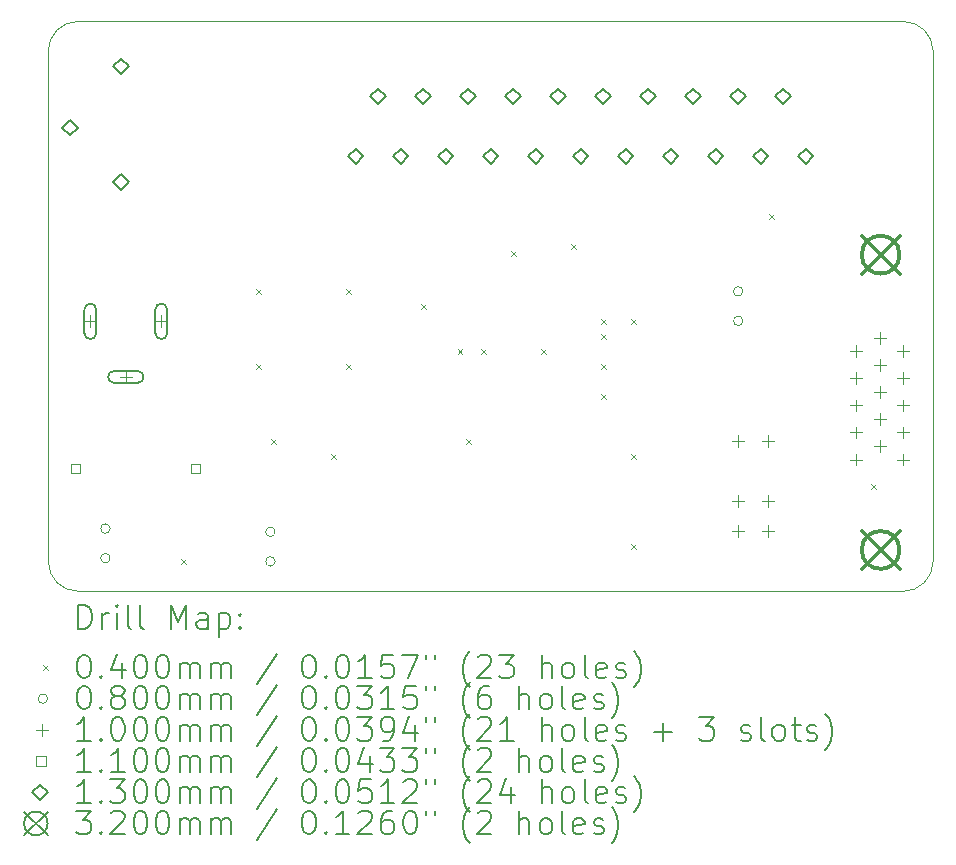
<source format=gbr>
%TF.GenerationSoftware,KiCad,Pcbnew,7.0.8*%
%TF.CreationDate,2023-10-25T20:50:11+02:00*%
%TF.ProjectId,SCART_syncSplitter,53434152-545f-4737-996e-6353706c6974,rev?*%
%TF.SameCoordinates,Original*%
%TF.FileFunction,Drillmap*%
%TF.FilePolarity,Positive*%
%FSLAX45Y45*%
G04 Gerber Fmt 4.5, Leading zero omitted, Abs format (unit mm)*
G04 Created by KiCad (PCBNEW 7.0.8) date 2023-10-25 20:50:11*
%MOMM*%
%LPD*%
G01*
G04 APERTURE LIST*
%ADD10C,0.100000*%
%ADD11C,0.200000*%
%ADD12C,0.040000*%
%ADD13C,0.080000*%
%ADD14C,0.110000*%
%ADD15C,0.130000*%
%ADD16C,0.320000*%
G04 APERTURE END LIST*
D10*
X12446000Y-2159000D02*
G75*
G03*
X12192000Y-1905000I-254000J0D01*
G01*
X12192000Y-6731000D02*
G75*
G03*
X12446000Y-6477000I0J254000D01*
G01*
X5207000Y-6731000D02*
X12192000Y-6731000D01*
X4953000Y-6477000D02*
G75*
G03*
X5207000Y-6731000I254000J0D01*
G01*
X12192000Y-1905000D02*
X5207000Y-1905000D01*
X12446000Y-6477000D02*
X12446000Y-2159000D01*
X4953000Y-2159000D02*
X4953000Y-6477000D01*
X5207000Y-1905000D02*
G75*
G03*
X4953000Y-2159000I0J-254000D01*
G01*
D11*
D12*
X6076000Y-6457000D02*
X6116000Y-6497000D01*
X6116000Y-6457000D02*
X6076000Y-6497000D01*
X6711000Y-4171000D02*
X6751000Y-4211000D01*
X6751000Y-4171000D02*
X6711000Y-4211000D01*
X6711000Y-4806000D02*
X6751000Y-4846000D01*
X6751000Y-4806000D02*
X6711000Y-4846000D01*
X6838000Y-5441000D02*
X6878000Y-5481000D01*
X6878000Y-5441000D02*
X6838000Y-5481000D01*
X7346000Y-5568000D02*
X7386000Y-5608000D01*
X7386000Y-5568000D02*
X7346000Y-5608000D01*
X7473000Y-4171000D02*
X7513000Y-4211000D01*
X7513000Y-4171000D02*
X7473000Y-4211000D01*
X7473000Y-4806000D02*
X7513000Y-4846000D01*
X7513000Y-4806000D02*
X7473000Y-4846000D01*
X8108000Y-4298000D02*
X8148000Y-4338000D01*
X8148000Y-4298000D02*
X8108000Y-4338000D01*
X8420500Y-4679000D02*
X8460500Y-4719000D01*
X8460500Y-4679000D02*
X8420500Y-4719000D01*
X8489000Y-5441000D02*
X8529000Y-5481000D01*
X8529000Y-5441000D02*
X8489000Y-5481000D01*
X8616000Y-4679000D02*
X8656000Y-4719000D01*
X8656000Y-4679000D02*
X8616000Y-4719000D01*
X8870000Y-3848500D02*
X8910000Y-3888500D01*
X8910000Y-3848500D02*
X8870000Y-3888500D01*
X9124000Y-4679000D02*
X9164000Y-4719000D01*
X9164000Y-4679000D02*
X9124000Y-4719000D01*
X9378000Y-3790000D02*
X9418000Y-3830000D01*
X9418000Y-3790000D02*
X9378000Y-3830000D01*
X9632000Y-4425000D02*
X9672000Y-4465000D01*
X9672000Y-4425000D02*
X9632000Y-4465000D01*
X9632000Y-4552000D02*
X9672000Y-4592000D01*
X9672000Y-4552000D02*
X9632000Y-4592000D01*
X9632000Y-4806000D02*
X9672000Y-4846000D01*
X9672000Y-4806000D02*
X9632000Y-4846000D01*
X9632000Y-5060000D02*
X9672000Y-5100000D01*
X9672000Y-5060000D02*
X9632000Y-5100000D01*
X9886000Y-4425000D02*
X9926000Y-4465000D01*
X9926000Y-4425000D02*
X9886000Y-4465000D01*
X9886000Y-5568000D02*
X9926000Y-5608000D01*
X9926000Y-5568000D02*
X9886000Y-5608000D01*
X9886000Y-6330000D02*
X9926000Y-6370000D01*
X9926000Y-6330000D02*
X9886000Y-6370000D01*
X11057000Y-3536000D02*
X11097000Y-3576000D01*
X11097000Y-3536000D02*
X11057000Y-3576000D01*
X11918000Y-5822000D02*
X11958000Y-5862000D01*
X11958000Y-5822000D02*
X11918000Y-5862000D01*
D13*
X5477500Y-6200000D02*
G75*
G03*
X5477500Y-6200000I-40000J0D01*
G01*
X5477500Y-6450000D02*
G75*
G03*
X5477500Y-6450000I-40000J0D01*
G01*
X6874500Y-6227000D02*
G75*
G03*
X6874500Y-6227000I-40000J0D01*
G01*
X6874500Y-6477000D02*
G75*
G03*
X6874500Y-6477000I-40000J0D01*
G01*
X10835000Y-4191000D02*
G75*
G03*
X10835000Y-4191000I-40000J0D01*
G01*
X10835000Y-4441000D02*
G75*
G03*
X10835000Y-4441000I-40000J0D01*
G01*
D10*
X5310500Y-4395000D02*
X5310500Y-4495000D01*
X5260500Y-4445000D02*
X5360500Y-4445000D01*
D11*
X5260500Y-4345000D02*
X5260500Y-4545000D01*
X5260500Y-4545000D02*
G75*
G03*
X5360500Y-4545000I50000J0D01*
G01*
X5360500Y-4545000D02*
X5360500Y-4345000D01*
X5360500Y-4345000D02*
G75*
G03*
X5260500Y-4345000I-50000J0D01*
G01*
D10*
X5610500Y-4865000D02*
X5610500Y-4965000D01*
X5560500Y-4915000D02*
X5660500Y-4915000D01*
D11*
X5510500Y-4965000D02*
X5710500Y-4965000D01*
X5710500Y-4965000D02*
G75*
G03*
X5710500Y-4865000I0J50000D01*
G01*
X5710500Y-4865000D02*
X5510500Y-4865000D01*
X5510500Y-4865000D02*
G75*
G03*
X5510500Y-4965000I0J-50000D01*
G01*
D10*
X5910500Y-4395000D02*
X5910500Y-4495000D01*
X5860500Y-4445000D02*
X5960500Y-4445000D01*
D11*
X5860500Y-4345000D02*
X5860500Y-4545000D01*
X5860500Y-4545000D02*
G75*
G03*
X5960500Y-4545000I50000J0D01*
G01*
X5960500Y-4545000D02*
X5960500Y-4345000D01*
X5960500Y-4345000D02*
G75*
G03*
X5860500Y-4345000I-50000J0D01*
G01*
D10*
X10795000Y-5411000D02*
X10795000Y-5511000D01*
X10745000Y-5461000D02*
X10845000Y-5461000D01*
X10795000Y-5919000D02*
X10795000Y-6019000D01*
X10745000Y-5969000D02*
X10845000Y-5969000D01*
X10795000Y-6173000D02*
X10795000Y-6273000D01*
X10745000Y-6223000D02*
X10845000Y-6223000D01*
X11049000Y-5411000D02*
X11049000Y-5511000D01*
X10999000Y-5461000D02*
X11099000Y-5461000D01*
X11049000Y-5919000D02*
X11049000Y-6019000D01*
X10999000Y-5969000D02*
X11099000Y-5969000D01*
X11049000Y-6173000D02*
X11049000Y-6273000D01*
X10999000Y-6223000D02*
X11099000Y-6223000D01*
X11796000Y-4649000D02*
X11796000Y-4749000D01*
X11746000Y-4699000D02*
X11846000Y-4699000D01*
X11796000Y-4878000D02*
X11796000Y-4978000D01*
X11746000Y-4928000D02*
X11846000Y-4928000D01*
X11796000Y-5107000D02*
X11796000Y-5207000D01*
X11746000Y-5157000D02*
X11846000Y-5157000D01*
X11796000Y-5336000D02*
X11796000Y-5436000D01*
X11746000Y-5386000D02*
X11846000Y-5386000D01*
X11796000Y-5565000D02*
X11796000Y-5665000D01*
X11746000Y-5615000D02*
X11846000Y-5615000D01*
X11994000Y-4534500D02*
X11994000Y-4634500D01*
X11944000Y-4584500D02*
X12044000Y-4584500D01*
X11994000Y-4763500D02*
X11994000Y-4863500D01*
X11944000Y-4813500D02*
X12044000Y-4813500D01*
X11994000Y-4992500D02*
X11994000Y-5092500D01*
X11944000Y-5042500D02*
X12044000Y-5042500D01*
X11994000Y-5221500D02*
X11994000Y-5321500D01*
X11944000Y-5271500D02*
X12044000Y-5271500D01*
X11994000Y-5450500D02*
X11994000Y-5550500D01*
X11944000Y-5500500D02*
X12044000Y-5500500D01*
X12192000Y-4649000D02*
X12192000Y-4749000D01*
X12142000Y-4699000D02*
X12242000Y-4699000D01*
X12192000Y-4878000D02*
X12192000Y-4978000D01*
X12142000Y-4928000D02*
X12242000Y-4928000D01*
X12192000Y-5107000D02*
X12192000Y-5207000D01*
X12142000Y-5157000D02*
X12242000Y-5157000D01*
X12192000Y-5336000D02*
X12192000Y-5436000D01*
X12142000Y-5386000D02*
X12242000Y-5386000D01*
X12192000Y-5565000D02*
X12192000Y-5665000D01*
X12142000Y-5615000D02*
X12242000Y-5615000D01*
D14*
X5222391Y-5730891D02*
X5222391Y-5653109D01*
X5144609Y-5653109D01*
X5144609Y-5730891D01*
X5222391Y-5730891D01*
X6238391Y-5730891D02*
X6238391Y-5653109D01*
X6160609Y-5653109D01*
X6160609Y-5730891D01*
X6238391Y-5730891D01*
D15*
X5139000Y-2871000D02*
X5204000Y-2806000D01*
X5139000Y-2741000D01*
X5074000Y-2806000D01*
X5139000Y-2871000D01*
X5570000Y-2351000D02*
X5635000Y-2286000D01*
X5570000Y-2221000D01*
X5505000Y-2286000D01*
X5570000Y-2351000D01*
X5570000Y-3331000D02*
X5635000Y-3266000D01*
X5570000Y-3201000D01*
X5505000Y-3266000D01*
X5570000Y-3331000D01*
X7556500Y-3113000D02*
X7621500Y-3048000D01*
X7556500Y-2983000D01*
X7491500Y-3048000D01*
X7556500Y-3113000D01*
X7747000Y-2605000D02*
X7812000Y-2540000D01*
X7747000Y-2475000D01*
X7682000Y-2540000D01*
X7747000Y-2605000D01*
X7937500Y-3113000D02*
X8002500Y-3048000D01*
X7937500Y-2983000D01*
X7872500Y-3048000D01*
X7937500Y-3113000D01*
X8128000Y-2605000D02*
X8193000Y-2540000D01*
X8128000Y-2475000D01*
X8063000Y-2540000D01*
X8128000Y-2605000D01*
X8318500Y-3113000D02*
X8383500Y-3048000D01*
X8318500Y-2983000D01*
X8253500Y-3048000D01*
X8318500Y-3113000D01*
X8509000Y-2605000D02*
X8574000Y-2540000D01*
X8509000Y-2475000D01*
X8444000Y-2540000D01*
X8509000Y-2605000D01*
X8699500Y-3113000D02*
X8764500Y-3048000D01*
X8699500Y-2983000D01*
X8634500Y-3048000D01*
X8699500Y-3113000D01*
X8890000Y-2605000D02*
X8955000Y-2540000D01*
X8890000Y-2475000D01*
X8825000Y-2540000D01*
X8890000Y-2605000D01*
X9080500Y-3113000D02*
X9145500Y-3048000D01*
X9080500Y-2983000D01*
X9015500Y-3048000D01*
X9080500Y-3113000D01*
X9271000Y-2605000D02*
X9336000Y-2540000D01*
X9271000Y-2475000D01*
X9206000Y-2540000D01*
X9271000Y-2605000D01*
X9461500Y-3113000D02*
X9526500Y-3048000D01*
X9461500Y-2983000D01*
X9396500Y-3048000D01*
X9461500Y-3113000D01*
X9652000Y-2605000D02*
X9717000Y-2540000D01*
X9652000Y-2475000D01*
X9587000Y-2540000D01*
X9652000Y-2605000D01*
X9842500Y-3113000D02*
X9907500Y-3048000D01*
X9842500Y-2983000D01*
X9777500Y-3048000D01*
X9842500Y-3113000D01*
X10033000Y-2605000D02*
X10098000Y-2540000D01*
X10033000Y-2475000D01*
X9968000Y-2540000D01*
X10033000Y-2605000D01*
X10223500Y-3113000D02*
X10288500Y-3048000D01*
X10223500Y-2983000D01*
X10158500Y-3048000D01*
X10223500Y-3113000D01*
X10414000Y-2605000D02*
X10479000Y-2540000D01*
X10414000Y-2475000D01*
X10349000Y-2540000D01*
X10414000Y-2605000D01*
X10604500Y-3113000D02*
X10669500Y-3048000D01*
X10604500Y-2983000D01*
X10539500Y-3048000D01*
X10604500Y-3113000D01*
X10795000Y-2605000D02*
X10860000Y-2540000D01*
X10795000Y-2475000D01*
X10730000Y-2540000D01*
X10795000Y-2605000D01*
X10985500Y-3113000D02*
X11050500Y-3048000D01*
X10985500Y-2983000D01*
X10920500Y-3048000D01*
X10985500Y-3113000D01*
X11176000Y-2605000D02*
X11241000Y-2540000D01*
X11176000Y-2475000D01*
X11111000Y-2540000D01*
X11176000Y-2605000D01*
X11366500Y-3113000D02*
X11431500Y-3048000D01*
X11366500Y-2983000D01*
X11301500Y-3048000D01*
X11366500Y-3113000D01*
D16*
X11841000Y-3720500D02*
X12161000Y-4040500D01*
X12161000Y-3720500D02*
X11841000Y-4040500D01*
X12161000Y-3880500D02*
G75*
G03*
X12161000Y-3880500I-160000J0D01*
G01*
X11841000Y-6220500D02*
X12161000Y-6540500D01*
X12161000Y-6220500D02*
X11841000Y-6540500D01*
X12161000Y-6380500D02*
G75*
G03*
X12161000Y-6380500I-160000J0D01*
G01*
D11*
X5208777Y-7047484D02*
X5208777Y-6847484D01*
X5208777Y-6847484D02*
X5256396Y-6847484D01*
X5256396Y-6847484D02*
X5284967Y-6857008D01*
X5284967Y-6857008D02*
X5304015Y-6876055D01*
X5304015Y-6876055D02*
X5313539Y-6895103D01*
X5313539Y-6895103D02*
X5323063Y-6933198D01*
X5323063Y-6933198D02*
X5323063Y-6961769D01*
X5323063Y-6961769D02*
X5313539Y-6999865D01*
X5313539Y-6999865D02*
X5304015Y-7018912D01*
X5304015Y-7018912D02*
X5284967Y-7037960D01*
X5284967Y-7037960D02*
X5256396Y-7047484D01*
X5256396Y-7047484D02*
X5208777Y-7047484D01*
X5408777Y-7047484D02*
X5408777Y-6914150D01*
X5408777Y-6952246D02*
X5418301Y-6933198D01*
X5418301Y-6933198D02*
X5427824Y-6923674D01*
X5427824Y-6923674D02*
X5446872Y-6914150D01*
X5446872Y-6914150D02*
X5465920Y-6914150D01*
X5532586Y-7047484D02*
X5532586Y-6914150D01*
X5532586Y-6847484D02*
X5523063Y-6857008D01*
X5523063Y-6857008D02*
X5532586Y-6866531D01*
X5532586Y-6866531D02*
X5542110Y-6857008D01*
X5542110Y-6857008D02*
X5532586Y-6847484D01*
X5532586Y-6847484D02*
X5532586Y-6866531D01*
X5656396Y-7047484D02*
X5637348Y-7037960D01*
X5637348Y-7037960D02*
X5627824Y-7018912D01*
X5627824Y-7018912D02*
X5627824Y-6847484D01*
X5761158Y-7047484D02*
X5742110Y-7037960D01*
X5742110Y-7037960D02*
X5732586Y-7018912D01*
X5732586Y-7018912D02*
X5732586Y-6847484D01*
X5989729Y-7047484D02*
X5989729Y-6847484D01*
X5989729Y-6847484D02*
X6056396Y-6990341D01*
X6056396Y-6990341D02*
X6123062Y-6847484D01*
X6123062Y-6847484D02*
X6123062Y-7047484D01*
X6304015Y-7047484D02*
X6304015Y-6942722D01*
X6304015Y-6942722D02*
X6294491Y-6923674D01*
X6294491Y-6923674D02*
X6275443Y-6914150D01*
X6275443Y-6914150D02*
X6237348Y-6914150D01*
X6237348Y-6914150D02*
X6218301Y-6923674D01*
X6304015Y-7037960D02*
X6284967Y-7047484D01*
X6284967Y-7047484D02*
X6237348Y-7047484D01*
X6237348Y-7047484D02*
X6218301Y-7037960D01*
X6218301Y-7037960D02*
X6208777Y-7018912D01*
X6208777Y-7018912D02*
X6208777Y-6999865D01*
X6208777Y-6999865D02*
X6218301Y-6980817D01*
X6218301Y-6980817D02*
X6237348Y-6971293D01*
X6237348Y-6971293D02*
X6284967Y-6971293D01*
X6284967Y-6971293D02*
X6304015Y-6961769D01*
X6399253Y-6914150D02*
X6399253Y-7114150D01*
X6399253Y-6923674D02*
X6418301Y-6914150D01*
X6418301Y-6914150D02*
X6456396Y-6914150D01*
X6456396Y-6914150D02*
X6475443Y-6923674D01*
X6475443Y-6923674D02*
X6484967Y-6933198D01*
X6484967Y-6933198D02*
X6494491Y-6952246D01*
X6494491Y-6952246D02*
X6494491Y-7009388D01*
X6494491Y-7009388D02*
X6484967Y-7028436D01*
X6484967Y-7028436D02*
X6475443Y-7037960D01*
X6475443Y-7037960D02*
X6456396Y-7047484D01*
X6456396Y-7047484D02*
X6418301Y-7047484D01*
X6418301Y-7047484D02*
X6399253Y-7037960D01*
X6580205Y-7028436D02*
X6589729Y-7037960D01*
X6589729Y-7037960D02*
X6580205Y-7047484D01*
X6580205Y-7047484D02*
X6570682Y-7037960D01*
X6570682Y-7037960D02*
X6580205Y-7028436D01*
X6580205Y-7028436D02*
X6580205Y-7047484D01*
X6580205Y-6923674D02*
X6589729Y-6933198D01*
X6589729Y-6933198D02*
X6580205Y-6942722D01*
X6580205Y-6942722D02*
X6570682Y-6933198D01*
X6570682Y-6933198D02*
X6580205Y-6923674D01*
X6580205Y-6923674D02*
X6580205Y-6942722D01*
D12*
X4908000Y-7356000D02*
X4948000Y-7396000D01*
X4948000Y-7356000D02*
X4908000Y-7396000D01*
D11*
X5246872Y-7267484D02*
X5265920Y-7267484D01*
X5265920Y-7267484D02*
X5284967Y-7277008D01*
X5284967Y-7277008D02*
X5294491Y-7286531D01*
X5294491Y-7286531D02*
X5304015Y-7305579D01*
X5304015Y-7305579D02*
X5313539Y-7343674D01*
X5313539Y-7343674D02*
X5313539Y-7391293D01*
X5313539Y-7391293D02*
X5304015Y-7429388D01*
X5304015Y-7429388D02*
X5294491Y-7448436D01*
X5294491Y-7448436D02*
X5284967Y-7457960D01*
X5284967Y-7457960D02*
X5265920Y-7467484D01*
X5265920Y-7467484D02*
X5246872Y-7467484D01*
X5246872Y-7467484D02*
X5227824Y-7457960D01*
X5227824Y-7457960D02*
X5218301Y-7448436D01*
X5218301Y-7448436D02*
X5208777Y-7429388D01*
X5208777Y-7429388D02*
X5199253Y-7391293D01*
X5199253Y-7391293D02*
X5199253Y-7343674D01*
X5199253Y-7343674D02*
X5208777Y-7305579D01*
X5208777Y-7305579D02*
X5218301Y-7286531D01*
X5218301Y-7286531D02*
X5227824Y-7277008D01*
X5227824Y-7277008D02*
X5246872Y-7267484D01*
X5399253Y-7448436D02*
X5408777Y-7457960D01*
X5408777Y-7457960D02*
X5399253Y-7467484D01*
X5399253Y-7467484D02*
X5389729Y-7457960D01*
X5389729Y-7457960D02*
X5399253Y-7448436D01*
X5399253Y-7448436D02*
X5399253Y-7467484D01*
X5580205Y-7334150D02*
X5580205Y-7467484D01*
X5532586Y-7257960D02*
X5484967Y-7400817D01*
X5484967Y-7400817D02*
X5608777Y-7400817D01*
X5723062Y-7267484D02*
X5742110Y-7267484D01*
X5742110Y-7267484D02*
X5761158Y-7277008D01*
X5761158Y-7277008D02*
X5770682Y-7286531D01*
X5770682Y-7286531D02*
X5780205Y-7305579D01*
X5780205Y-7305579D02*
X5789729Y-7343674D01*
X5789729Y-7343674D02*
X5789729Y-7391293D01*
X5789729Y-7391293D02*
X5780205Y-7429388D01*
X5780205Y-7429388D02*
X5770682Y-7448436D01*
X5770682Y-7448436D02*
X5761158Y-7457960D01*
X5761158Y-7457960D02*
X5742110Y-7467484D01*
X5742110Y-7467484D02*
X5723062Y-7467484D01*
X5723062Y-7467484D02*
X5704015Y-7457960D01*
X5704015Y-7457960D02*
X5694491Y-7448436D01*
X5694491Y-7448436D02*
X5684967Y-7429388D01*
X5684967Y-7429388D02*
X5675443Y-7391293D01*
X5675443Y-7391293D02*
X5675443Y-7343674D01*
X5675443Y-7343674D02*
X5684967Y-7305579D01*
X5684967Y-7305579D02*
X5694491Y-7286531D01*
X5694491Y-7286531D02*
X5704015Y-7277008D01*
X5704015Y-7277008D02*
X5723062Y-7267484D01*
X5913539Y-7267484D02*
X5932586Y-7267484D01*
X5932586Y-7267484D02*
X5951634Y-7277008D01*
X5951634Y-7277008D02*
X5961158Y-7286531D01*
X5961158Y-7286531D02*
X5970682Y-7305579D01*
X5970682Y-7305579D02*
X5980205Y-7343674D01*
X5980205Y-7343674D02*
X5980205Y-7391293D01*
X5980205Y-7391293D02*
X5970682Y-7429388D01*
X5970682Y-7429388D02*
X5961158Y-7448436D01*
X5961158Y-7448436D02*
X5951634Y-7457960D01*
X5951634Y-7457960D02*
X5932586Y-7467484D01*
X5932586Y-7467484D02*
X5913539Y-7467484D01*
X5913539Y-7467484D02*
X5894491Y-7457960D01*
X5894491Y-7457960D02*
X5884967Y-7448436D01*
X5884967Y-7448436D02*
X5875443Y-7429388D01*
X5875443Y-7429388D02*
X5865920Y-7391293D01*
X5865920Y-7391293D02*
X5865920Y-7343674D01*
X5865920Y-7343674D02*
X5875443Y-7305579D01*
X5875443Y-7305579D02*
X5884967Y-7286531D01*
X5884967Y-7286531D02*
X5894491Y-7277008D01*
X5894491Y-7277008D02*
X5913539Y-7267484D01*
X6065920Y-7467484D02*
X6065920Y-7334150D01*
X6065920Y-7353198D02*
X6075443Y-7343674D01*
X6075443Y-7343674D02*
X6094491Y-7334150D01*
X6094491Y-7334150D02*
X6123063Y-7334150D01*
X6123063Y-7334150D02*
X6142110Y-7343674D01*
X6142110Y-7343674D02*
X6151634Y-7362722D01*
X6151634Y-7362722D02*
X6151634Y-7467484D01*
X6151634Y-7362722D02*
X6161158Y-7343674D01*
X6161158Y-7343674D02*
X6180205Y-7334150D01*
X6180205Y-7334150D02*
X6208777Y-7334150D01*
X6208777Y-7334150D02*
X6227824Y-7343674D01*
X6227824Y-7343674D02*
X6237348Y-7362722D01*
X6237348Y-7362722D02*
X6237348Y-7467484D01*
X6332586Y-7467484D02*
X6332586Y-7334150D01*
X6332586Y-7353198D02*
X6342110Y-7343674D01*
X6342110Y-7343674D02*
X6361158Y-7334150D01*
X6361158Y-7334150D02*
X6389729Y-7334150D01*
X6389729Y-7334150D02*
X6408777Y-7343674D01*
X6408777Y-7343674D02*
X6418301Y-7362722D01*
X6418301Y-7362722D02*
X6418301Y-7467484D01*
X6418301Y-7362722D02*
X6427824Y-7343674D01*
X6427824Y-7343674D02*
X6446872Y-7334150D01*
X6446872Y-7334150D02*
X6475443Y-7334150D01*
X6475443Y-7334150D02*
X6494491Y-7343674D01*
X6494491Y-7343674D02*
X6504015Y-7362722D01*
X6504015Y-7362722D02*
X6504015Y-7467484D01*
X6894491Y-7257960D02*
X6723063Y-7515103D01*
X7151634Y-7267484D02*
X7170682Y-7267484D01*
X7170682Y-7267484D02*
X7189729Y-7277008D01*
X7189729Y-7277008D02*
X7199253Y-7286531D01*
X7199253Y-7286531D02*
X7208777Y-7305579D01*
X7208777Y-7305579D02*
X7218301Y-7343674D01*
X7218301Y-7343674D02*
X7218301Y-7391293D01*
X7218301Y-7391293D02*
X7208777Y-7429388D01*
X7208777Y-7429388D02*
X7199253Y-7448436D01*
X7199253Y-7448436D02*
X7189729Y-7457960D01*
X7189729Y-7457960D02*
X7170682Y-7467484D01*
X7170682Y-7467484D02*
X7151634Y-7467484D01*
X7151634Y-7467484D02*
X7132586Y-7457960D01*
X7132586Y-7457960D02*
X7123063Y-7448436D01*
X7123063Y-7448436D02*
X7113539Y-7429388D01*
X7113539Y-7429388D02*
X7104015Y-7391293D01*
X7104015Y-7391293D02*
X7104015Y-7343674D01*
X7104015Y-7343674D02*
X7113539Y-7305579D01*
X7113539Y-7305579D02*
X7123063Y-7286531D01*
X7123063Y-7286531D02*
X7132586Y-7277008D01*
X7132586Y-7277008D02*
X7151634Y-7267484D01*
X7304015Y-7448436D02*
X7313539Y-7457960D01*
X7313539Y-7457960D02*
X7304015Y-7467484D01*
X7304015Y-7467484D02*
X7294491Y-7457960D01*
X7294491Y-7457960D02*
X7304015Y-7448436D01*
X7304015Y-7448436D02*
X7304015Y-7467484D01*
X7437348Y-7267484D02*
X7456396Y-7267484D01*
X7456396Y-7267484D02*
X7475444Y-7277008D01*
X7475444Y-7277008D02*
X7484967Y-7286531D01*
X7484967Y-7286531D02*
X7494491Y-7305579D01*
X7494491Y-7305579D02*
X7504015Y-7343674D01*
X7504015Y-7343674D02*
X7504015Y-7391293D01*
X7504015Y-7391293D02*
X7494491Y-7429388D01*
X7494491Y-7429388D02*
X7484967Y-7448436D01*
X7484967Y-7448436D02*
X7475444Y-7457960D01*
X7475444Y-7457960D02*
X7456396Y-7467484D01*
X7456396Y-7467484D02*
X7437348Y-7467484D01*
X7437348Y-7467484D02*
X7418301Y-7457960D01*
X7418301Y-7457960D02*
X7408777Y-7448436D01*
X7408777Y-7448436D02*
X7399253Y-7429388D01*
X7399253Y-7429388D02*
X7389729Y-7391293D01*
X7389729Y-7391293D02*
X7389729Y-7343674D01*
X7389729Y-7343674D02*
X7399253Y-7305579D01*
X7399253Y-7305579D02*
X7408777Y-7286531D01*
X7408777Y-7286531D02*
X7418301Y-7277008D01*
X7418301Y-7277008D02*
X7437348Y-7267484D01*
X7694491Y-7467484D02*
X7580206Y-7467484D01*
X7637348Y-7467484D02*
X7637348Y-7267484D01*
X7637348Y-7267484D02*
X7618301Y-7296055D01*
X7618301Y-7296055D02*
X7599253Y-7315103D01*
X7599253Y-7315103D02*
X7580206Y-7324627D01*
X7875444Y-7267484D02*
X7780206Y-7267484D01*
X7780206Y-7267484D02*
X7770682Y-7362722D01*
X7770682Y-7362722D02*
X7780206Y-7353198D01*
X7780206Y-7353198D02*
X7799253Y-7343674D01*
X7799253Y-7343674D02*
X7846872Y-7343674D01*
X7846872Y-7343674D02*
X7865920Y-7353198D01*
X7865920Y-7353198D02*
X7875444Y-7362722D01*
X7875444Y-7362722D02*
X7884967Y-7381769D01*
X7884967Y-7381769D02*
X7884967Y-7429388D01*
X7884967Y-7429388D02*
X7875444Y-7448436D01*
X7875444Y-7448436D02*
X7865920Y-7457960D01*
X7865920Y-7457960D02*
X7846872Y-7467484D01*
X7846872Y-7467484D02*
X7799253Y-7467484D01*
X7799253Y-7467484D02*
X7780206Y-7457960D01*
X7780206Y-7457960D02*
X7770682Y-7448436D01*
X7951634Y-7267484D02*
X8084967Y-7267484D01*
X8084967Y-7267484D02*
X7999253Y-7467484D01*
X8151634Y-7267484D02*
X8151634Y-7305579D01*
X8227825Y-7267484D02*
X8227825Y-7305579D01*
X8523063Y-7543674D02*
X8513539Y-7534150D01*
X8513539Y-7534150D02*
X8494491Y-7505579D01*
X8494491Y-7505579D02*
X8484968Y-7486531D01*
X8484968Y-7486531D02*
X8475444Y-7457960D01*
X8475444Y-7457960D02*
X8465920Y-7410341D01*
X8465920Y-7410341D02*
X8465920Y-7372246D01*
X8465920Y-7372246D02*
X8475444Y-7324627D01*
X8475444Y-7324627D02*
X8484968Y-7296055D01*
X8484968Y-7296055D02*
X8494491Y-7277008D01*
X8494491Y-7277008D02*
X8513539Y-7248436D01*
X8513539Y-7248436D02*
X8523063Y-7238912D01*
X8589730Y-7286531D02*
X8599253Y-7277008D01*
X8599253Y-7277008D02*
X8618301Y-7267484D01*
X8618301Y-7267484D02*
X8665920Y-7267484D01*
X8665920Y-7267484D02*
X8684968Y-7277008D01*
X8684968Y-7277008D02*
X8694491Y-7286531D01*
X8694491Y-7286531D02*
X8704015Y-7305579D01*
X8704015Y-7305579D02*
X8704015Y-7324627D01*
X8704015Y-7324627D02*
X8694491Y-7353198D01*
X8694491Y-7353198D02*
X8580206Y-7467484D01*
X8580206Y-7467484D02*
X8704015Y-7467484D01*
X8770682Y-7267484D02*
X8894491Y-7267484D01*
X8894491Y-7267484D02*
X8827825Y-7343674D01*
X8827825Y-7343674D02*
X8856396Y-7343674D01*
X8856396Y-7343674D02*
X8875444Y-7353198D01*
X8875444Y-7353198D02*
X8884968Y-7362722D01*
X8884968Y-7362722D02*
X8894491Y-7381769D01*
X8894491Y-7381769D02*
X8894491Y-7429388D01*
X8894491Y-7429388D02*
X8884968Y-7448436D01*
X8884968Y-7448436D02*
X8875444Y-7457960D01*
X8875444Y-7457960D02*
X8856396Y-7467484D01*
X8856396Y-7467484D02*
X8799253Y-7467484D01*
X8799253Y-7467484D02*
X8780206Y-7457960D01*
X8780206Y-7457960D02*
X8770682Y-7448436D01*
X9132587Y-7467484D02*
X9132587Y-7267484D01*
X9218301Y-7467484D02*
X9218301Y-7362722D01*
X9218301Y-7362722D02*
X9208777Y-7343674D01*
X9208777Y-7343674D02*
X9189730Y-7334150D01*
X9189730Y-7334150D02*
X9161158Y-7334150D01*
X9161158Y-7334150D02*
X9142111Y-7343674D01*
X9142111Y-7343674D02*
X9132587Y-7353198D01*
X9342111Y-7467484D02*
X9323063Y-7457960D01*
X9323063Y-7457960D02*
X9313539Y-7448436D01*
X9313539Y-7448436D02*
X9304015Y-7429388D01*
X9304015Y-7429388D02*
X9304015Y-7372246D01*
X9304015Y-7372246D02*
X9313539Y-7353198D01*
X9313539Y-7353198D02*
X9323063Y-7343674D01*
X9323063Y-7343674D02*
X9342111Y-7334150D01*
X9342111Y-7334150D02*
X9370682Y-7334150D01*
X9370682Y-7334150D02*
X9389730Y-7343674D01*
X9389730Y-7343674D02*
X9399253Y-7353198D01*
X9399253Y-7353198D02*
X9408777Y-7372246D01*
X9408777Y-7372246D02*
X9408777Y-7429388D01*
X9408777Y-7429388D02*
X9399253Y-7448436D01*
X9399253Y-7448436D02*
X9389730Y-7457960D01*
X9389730Y-7457960D02*
X9370682Y-7467484D01*
X9370682Y-7467484D02*
X9342111Y-7467484D01*
X9523063Y-7467484D02*
X9504015Y-7457960D01*
X9504015Y-7457960D02*
X9494492Y-7438912D01*
X9494492Y-7438912D02*
X9494492Y-7267484D01*
X9675444Y-7457960D02*
X9656396Y-7467484D01*
X9656396Y-7467484D02*
X9618301Y-7467484D01*
X9618301Y-7467484D02*
X9599253Y-7457960D01*
X9599253Y-7457960D02*
X9589730Y-7438912D01*
X9589730Y-7438912D02*
X9589730Y-7362722D01*
X9589730Y-7362722D02*
X9599253Y-7343674D01*
X9599253Y-7343674D02*
X9618301Y-7334150D01*
X9618301Y-7334150D02*
X9656396Y-7334150D01*
X9656396Y-7334150D02*
X9675444Y-7343674D01*
X9675444Y-7343674D02*
X9684968Y-7362722D01*
X9684968Y-7362722D02*
X9684968Y-7381769D01*
X9684968Y-7381769D02*
X9589730Y-7400817D01*
X9761158Y-7457960D02*
X9780206Y-7467484D01*
X9780206Y-7467484D02*
X9818301Y-7467484D01*
X9818301Y-7467484D02*
X9837349Y-7457960D01*
X9837349Y-7457960D02*
X9846873Y-7438912D01*
X9846873Y-7438912D02*
X9846873Y-7429388D01*
X9846873Y-7429388D02*
X9837349Y-7410341D01*
X9837349Y-7410341D02*
X9818301Y-7400817D01*
X9818301Y-7400817D02*
X9789730Y-7400817D01*
X9789730Y-7400817D02*
X9770682Y-7391293D01*
X9770682Y-7391293D02*
X9761158Y-7372246D01*
X9761158Y-7372246D02*
X9761158Y-7362722D01*
X9761158Y-7362722D02*
X9770682Y-7343674D01*
X9770682Y-7343674D02*
X9789730Y-7334150D01*
X9789730Y-7334150D02*
X9818301Y-7334150D01*
X9818301Y-7334150D02*
X9837349Y-7343674D01*
X9913539Y-7543674D02*
X9923063Y-7534150D01*
X9923063Y-7534150D02*
X9942111Y-7505579D01*
X9942111Y-7505579D02*
X9951634Y-7486531D01*
X9951634Y-7486531D02*
X9961158Y-7457960D01*
X9961158Y-7457960D02*
X9970682Y-7410341D01*
X9970682Y-7410341D02*
X9970682Y-7372246D01*
X9970682Y-7372246D02*
X9961158Y-7324627D01*
X9961158Y-7324627D02*
X9951634Y-7296055D01*
X9951634Y-7296055D02*
X9942111Y-7277008D01*
X9942111Y-7277008D02*
X9923063Y-7248436D01*
X9923063Y-7248436D02*
X9913539Y-7238912D01*
D13*
X4948000Y-7640000D02*
G75*
G03*
X4948000Y-7640000I-40000J0D01*
G01*
D11*
X5246872Y-7531484D02*
X5265920Y-7531484D01*
X5265920Y-7531484D02*
X5284967Y-7541008D01*
X5284967Y-7541008D02*
X5294491Y-7550531D01*
X5294491Y-7550531D02*
X5304015Y-7569579D01*
X5304015Y-7569579D02*
X5313539Y-7607674D01*
X5313539Y-7607674D02*
X5313539Y-7655293D01*
X5313539Y-7655293D02*
X5304015Y-7693388D01*
X5304015Y-7693388D02*
X5294491Y-7712436D01*
X5294491Y-7712436D02*
X5284967Y-7721960D01*
X5284967Y-7721960D02*
X5265920Y-7731484D01*
X5265920Y-7731484D02*
X5246872Y-7731484D01*
X5246872Y-7731484D02*
X5227824Y-7721960D01*
X5227824Y-7721960D02*
X5218301Y-7712436D01*
X5218301Y-7712436D02*
X5208777Y-7693388D01*
X5208777Y-7693388D02*
X5199253Y-7655293D01*
X5199253Y-7655293D02*
X5199253Y-7607674D01*
X5199253Y-7607674D02*
X5208777Y-7569579D01*
X5208777Y-7569579D02*
X5218301Y-7550531D01*
X5218301Y-7550531D02*
X5227824Y-7541008D01*
X5227824Y-7541008D02*
X5246872Y-7531484D01*
X5399253Y-7712436D02*
X5408777Y-7721960D01*
X5408777Y-7721960D02*
X5399253Y-7731484D01*
X5399253Y-7731484D02*
X5389729Y-7721960D01*
X5389729Y-7721960D02*
X5399253Y-7712436D01*
X5399253Y-7712436D02*
X5399253Y-7731484D01*
X5523063Y-7617198D02*
X5504015Y-7607674D01*
X5504015Y-7607674D02*
X5494491Y-7598150D01*
X5494491Y-7598150D02*
X5484967Y-7579103D01*
X5484967Y-7579103D02*
X5484967Y-7569579D01*
X5484967Y-7569579D02*
X5494491Y-7550531D01*
X5494491Y-7550531D02*
X5504015Y-7541008D01*
X5504015Y-7541008D02*
X5523063Y-7531484D01*
X5523063Y-7531484D02*
X5561158Y-7531484D01*
X5561158Y-7531484D02*
X5580205Y-7541008D01*
X5580205Y-7541008D02*
X5589729Y-7550531D01*
X5589729Y-7550531D02*
X5599253Y-7569579D01*
X5599253Y-7569579D02*
X5599253Y-7579103D01*
X5599253Y-7579103D02*
X5589729Y-7598150D01*
X5589729Y-7598150D02*
X5580205Y-7607674D01*
X5580205Y-7607674D02*
X5561158Y-7617198D01*
X5561158Y-7617198D02*
X5523063Y-7617198D01*
X5523063Y-7617198D02*
X5504015Y-7626722D01*
X5504015Y-7626722D02*
X5494491Y-7636246D01*
X5494491Y-7636246D02*
X5484967Y-7655293D01*
X5484967Y-7655293D02*
X5484967Y-7693388D01*
X5484967Y-7693388D02*
X5494491Y-7712436D01*
X5494491Y-7712436D02*
X5504015Y-7721960D01*
X5504015Y-7721960D02*
X5523063Y-7731484D01*
X5523063Y-7731484D02*
X5561158Y-7731484D01*
X5561158Y-7731484D02*
X5580205Y-7721960D01*
X5580205Y-7721960D02*
X5589729Y-7712436D01*
X5589729Y-7712436D02*
X5599253Y-7693388D01*
X5599253Y-7693388D02*
X5599253Y-7655293D01*
X5599253Y-7655293D02*
X5589729Y-7636246D01*
X5589729Y-7636246D02*
X5580205Y-7626722D01*
X5580205Y-7626722D02*
X5561158Y-7617198D01*
X5723062Y-7531484D02*
X5742110Y-7531484D01*
X5742110Y-7531484D02*
X5761158Y-7541008D01*
X5761158Y-7541008D02*
X5770682Y-7550531D01*
X5770682Y-7550531D02*
X5780205Y-7569579D01*
X5780205Y-7569579D02*
X5789729Y-7607674D01*
X5789729Y-7607674D02*
X5789729Y-7655293D01*
X5789729Y-7655293D02*
X5780205Y-7693388D01*
X5780205Y-7693388D02*
X5770682Y-7712436D01*
X5770682Y-7712436D02*
X5761158Y-7721960D01*
X5761158Y-7721960D02*
X5742110Y-7731484D01*
X5742110Y-7731484D02*
X5723062Y-7731484D01*
X5723062Y-7731484D02*
X5704015Y-7721960D01*
X5704015Y-7721960D02*
X5694491Y-7712436D01*
X5694491Y-7712436D02*
X5684967Y-7693388D01*
X5684967Y-7693388D02*
X5675443Y-7655293D01*
X5675443Y-7655293D02*
X5675443Y-7607674D01*
X5675443Y-7607674D02*
X5684967Y-7569579D01*
X5684967Y-7569579D02*
X5694491Y-7550531D01*
X5694491Y-7550531D02*
X5704015Y-7541008D01*
X5704015Y-7541008D02*
X5723062Y-7531484D01*
X5913539Y-7531484D02*
X5932586Y-7531484D01*
X5932586Y-7531484D02*
X5951634Y-7541008D01*
X5951634Y-7541008D02*
X5961158Y-7550531D01*
X5961158Y-7550531D02*
X5970682Y-7569579D01*
X5970682Y-7569579D02*
X5980205Y-7607674D01*
X5980205Y-7607674D02*
X5980205Y-7655293D01*
X5980205Y-7655293D02*
X5970682Y-7693388D01*
X5970682Y-7693388D02*
X5961158Y-7712436D01*
X5961158Y-7712436D02*
X5951634Y-7721960D01*
X5951634Y-7721960D02*
X5932586Y-7731484D01*
X5932586Y-7731484D02*
X5913539Y-7731484D01*
X5913539Y-7731484D02*
X5894491Y-7721960D01*
X5894491Y-7721960D02*
X5884967Y-7712436D01*
X5884967Y-7712436D02*
X5875443Y-7693388D01*
X5875443Y-7693388D02*
X5865920Y-7655293D01*
X5865920Y-7655293D02*
X5865920Y-7607674D01*
X5865920Y-7607674D02*
X5875443Y-7569579D01*
X5875443Y-7569579D02*
X5884967Y-7550531D01*
X5884967Y-7550531D02*
X5894491Y-7541008D01*
X5894491Y-7541008D02*
X5913539Y-7531484D01*
X6065920Y-7731484D02*
X6065920Y-7598150D01*
X6065920Y-7617198D02*
X6075443Y-7607674D01*
X6075443Y-7607674D02*
X6094491Y-7598150D01*
X6094491Y-7598150D02*
X6123063Y-7598150D01*
X6123063Y-7598150D02*
X6142110Y-7607674D01*
X6142110Y-7607674D02*
X6151634Y-7626722D01*
X6151634Y-7626722D02*
X6151634Y-7731484D01*
X6151634Y-7626722D02*
X6161158Y-7607674D01*
X6161158Y-7607674D02*
X6180205Y-7598150D01*
X6180205Y-7598150D02*
X6208777Y-7598150D01*
X6208777Y-7598150D02*
X6227824Y-7607674D01*
X6227824Y-7607674D02*
X6237348Y-7626722D01*
X6237348Y-7626722D02*
X6237348Y-7731484D01*
X6332586Y-7731484D02*
X6332586Y-7598150D01*
X6332586Y-7617198D02*
X6342110Y-7607674D01*
X6342110Y-7607674D02*
X6361158Y-7598150D01*
X6361158Y-7598150D02*
X6389729Y-7598150D01*
X6389729Y-7598150D02*
X6408777Y-7607674D01*
X6408777Y-7607674D02*
X6418301Y-7626722D01*
X6418301Y-7626722D02*
X6418301Y-7731484D01*
X6418301Y-7626722D02*
X6427824Y-7607674D01*
X6427824Y-7607674D02*
X6446872Y-7598150D01*
X6446872Y-7598150D02*
X6475443Y-7598150D01*
X6475443Y-7598150D02*
X6494491Y-7607674D01*
X6494491Y-7607674D02*
X6504015Y-7626722D01*
X6504015Y-7626722D02*
X6504015Y-7731484D01*
X6894491Y-7521960D02*
X6723063Y-7779103D01*
X7151634Y-7531484D02*
X7170682Y-7531484D01*
X7170682Y-7531484D02*
X7189729Y-7541008D01*
X7189729Y-7541008D02*
X7199253Y-7550531D01*
X7199253Y-7550531D02*
X7208777Y-7569579D01*
X7208777Y-7569579D02*
X7218301Y-7607674D01*
X7218301Y-7607674D02*
X7218301Y-7655293D01*
X7218301Y-7655293D02*
X7208777Y-7693388D01*
X7208777Y-7693388D02*
X7199253Y-7712436D01*
X7199253Y-7712436D02*
X7189729Y-7721960D01*
X7189729Y-7721960D02*
X7170682Y-7731484D01*
X7170682Y-7731484D02*
X7151634Y-7731484D01*
X7151634Y-7731484D02*
X7132586Y-7721960D01*
X7132586Y-7721960D02*
X7123063Y-7712436D01*
X7123063Y-7712436D02*
X7113539Y-7693388D01*
X7113539Y-7693388D02*
X7104015Y-7655293D01*
X7104015Y-7655293D02*
X7104015Y-7607674D01*
X7104015Y-7607674D02*
X7113539Y-7569579D01*
X7113539Y-7569579D02*
X7123063Y-7550531D01*
X7123063Y-7550531D02*
X7132586Y-7541008D01*
X7132586Y-7541008D02*
X7151634Y-7531484D01*
X7304015Y-7712436D02*
X7313539Y-7721960D01*
X7313539Y-7721960D02*
X7304015Y-7731484D01*
X7304015Y-7731484D02*
X7294491Y-7721960D01*
X7294491Y-7721960D02*
X7304015Y-7712436D01*
X7304015Y-7712436D02*
X7304015Y-7731484D01*
X7437348Y-7531484D02*
X7456396Y-7531484D01*
X7456396Y-7531484D02*
X7475444Y-7541008D01*
X7475444Y-7541008D02*
X7484967Y-7550531D01*
X7484967Y-7550531D02*
X7494491Y-7569579D01*
X7494491Y-7569579D02*
X7504015Y-7607674D01*
X7504015Y-7607674D02*
X7504015Y-7655293D01*
X7504015Y-7655293D02*
X7494491Y-7693388D01*
X7494491Y-7693388D02*
X7484967Y-7712436D01*
X7484967Y-7712436D02*
X7475444Y-7721960D01*
X7475444Y-7721960D02*
X7456396Y-7731484D01*
X7456396Y-7731484D02*
X7437348Y-7731484D01*
X7437348Y-7731484D02*
X7418301Y-7721960D01*
X7418301Y-7721960D02*
X7408777Y-7712436D01*
X7408777Y-7712436D02*
X7399253Y-7693388D01*
X7399253Y-7693388D02*
X7389729Y-7655293D01*
X7389729Y-7655293D02*
X7389729Y-7607674D01*
X7389729Y-7607674D02*
X7399253Y-7569579D01*
X7399253Y-7569579D02*
X7408777Y-7550531D01*
X7408777Y-7550531D02*
X7418301Y-7541008D01*
X7418301Y-7541008D02*
X7437348Y-7531484D01*
X7570682Y-7531484D02*
X7694491Y-7531484D01*
X7694491Y-7531484D02*
X7627825Y-7607674D01*
X7627825Y-7607674D02*
X7656396Y-7607674D01*
X7656396Y-7607674D02*
X7675444Y-7617198D01*
X7675444Y-7617198D02*
X7684967Y-7626722D01*
X7684967Y-7626722D02*
X7694491Y-7645769D01*
X7694491Y-7645769D02*
X7694491Y-7693388D01*
X7694491Y-7693388D02*
X7684967Y-7712436D01*
X7684967Y-7712436D02*
X7675444Y-7721960D01*
X7675444Y-7721960D02*
X7656396Y-7731484D01*
X7656396Y-7731484D02*
X7599253Y-7731484D01*
X7599253Y-7731484D02*
X7580206Y-7721960D01*
X7580206Y-7721960D02*
X7570682Y-7712436D01*
X7884967Y-7731484D02*
X7770682Y-7731484D01*
X7827825Y-7731484D02*
X7827825Y-7531484D01*
X7827825Y-7531484D02*
X7808777Y-7560055D01*
X7808777Y-7560055D02*
X7789729Y-7579103D01*
X7789729Y-7579103D02*
X7770682Y-7588627D01*
X8065920Y-7531484D02*
X7970682Y-7531484D01*
X7970682Y-7531484D02*
X7961158Y-7626722D01*
X7961158Y-7626722D02*
X7970682Y-7617198D01*
X7970682Y-7617198D02*
X7989729Y-7607674D01*
X7989729Y-7607674D02*
X8037348Y-7607674D01*
X8037348Y-7607674D02*
X8056396Y-7617198D01*
X8056396Y-7617198D02*
X8065920Y-7626722D01*
X8065920Y-7626722D02*
X8075444Y-7645769D01*
X8075444Y-7645769D02*
X8075444Y-7693388D01*
X8075444Y-7693388D02*
X8065920Y-7712436D01*
X8065920Y-7712436D02*
X8056396Y-7721960D01*
X8056396Y-7721960D02*
X8037348Y-7731484D01*
X8037348Y-7731484D02*
X7989729Y-7731484D01*
X7989729Y-7731484D02*
X7970682Y-7721960D01*
X7970682Y-7721960D02*
X7961158Y-7712436D01*
X8151634Y-7531484D02*
X8151634Y-7569579D01*
X8227825Y-7531484D02*
X8227825Y-7569579D01*
X8523063Y-7807674D02*
X8513539Y-7798150D01*
X8513539Y-7798150D02*
X8494491Y-7769579D01*
X8494491Y-7769579D02*
X8484968Y-7750531D01*
X8484968Y-7750531D02*
X8475444Y-7721960D01*
X8475444Y-7721960D02*
X8465920Y-7674341D01*
X8465920Y-7674341D02*
X8465920Y-7636246D01*
X8465920Y-7636246D02*
X8475444Y-7588627D01*
X8475444Y-7588627D02*
X8484968Y-7560055D01*
X8484968Y-7560055D02*
X8494491Y-7541008D01*
X8494491Y-7541008D02*
X8513539Y-7512436D01*
X8513539Y-7512436D02*
X8523063Y-7502912D01*
X8684968Y-7531484D02*
X8646872Y-7531484D01*
X8646872Y-7531484D02*
X8627825Y-7541008D01*
X8627825Y-7541008D02*
X8618301Y-7550531D01*
X8618301Y-7550531D02*
X8599253Y-7579103D01*
X8599253Y-7579103D02*
X8589730Y-7617198D01*
X8589730Y-7617198D02*
X8589730Y-7693388D01*
X8589730Y-7693388D02*
X8599253Y-7712436D01*
X8599253Y-7712436D02*
X8608777Y-7721960D01*
X8608777Y-7721960D02*
X8627825Y-7731484D01*
X8627825Y-7731484D02*
X8665920Y-7731484D01*
X8665920Y-7731484D02*
X8684968Y-7721960D01*
X8684968Y-7721960D02*
X8694491Y-7712436D01*
X8694491Y-7712436D02*
X8704015Y-7693388D01*
X8704015Y-7693388D02*
X8704015Y-7645769D01*
X8704015Y-7645769D02*
X8694491Y-7626722D01*
X8694491Y-7626722D02*
X8684968Y-7617198D01*
X8684968Y-7617198D02*
X8665920Y-7607674D01*
X8665920Y-7607674D02*
X8627825Y-7607674D01*
X8627825Y-7607674D02*
X8608777Y-7617198D01*
X8608777Y-7617198D02*
X8599253Y-7626722D01*
X8599253Y-7626722D02*
X8589730Y-7645769D01*
X8942111Y-7731484D02*
X8942111Y-7531484D01*
X9027825Y-7731484D02*
X9027825Y-7626722D01*
X9027825Y-7626722D02*
X9018301Y-7607674D01*
X9018301Y-7607674D02*
X8999253Y-7598150D01*
X8999253Y-7598150D02*
X8970682Y-7598150D01*
X8970682Y-7598150D02*
X8951634Y-7607674D01*
X8951634Y-7607674D02*
X8942111Y-7617198D01*
X9151634Y-7731484D02*
X9132587Y-7721960D01*
X9132587Y-7721960D02*
X9123063Y-7712436D01*
X9123063Y-7712436D02*
X9113539Y-7693388D01*
X9113539Y-7693388D02*
X9113539Y-7636246D01*
X9113539Y-7636246D02*
X9123063Y-7617198D01*
X9123063Y-7617198D02*
X9132587Y-7607674D01*
X9132587Y-7607674D02*
X9151634Y-7598150D01*
X9151634Y-7598150D02*
X9180206Y-7598150D01*
X9180206Y-7598150D02*
X9199253Y-7607674D01*
X9199253Y-7607674D02*
X9208777Y-7617198D01*
X9208777Y-7617198D02*
X9218301Y-7636246D01*
X9218301Y-7636246D02*
X9218301Y-7693388D01*
X9218301Y-7693388D02*
X9208777Y-7712436D01*
X9208777Y-7712436D02*
X9199253Y-7721960D01*
X9199253Y-7721960D02*
X9180206Y-7731484D01*
X9180206Y-7731484D02*
X9151634Y-7731484D01*
X9332587Y-7731484D02*
X9313539Y-7721960D01*
X9313539Y-7721960D02*
X9304015Y-7702912D01*
X9304015Y-7702912D02*
X9304015Y-7531484D01*
X9484968Y-7721960D02*
X9465920Y-7731484D01*
X9465920Y-7731484D02*
X9427825Y-7731484D01*
X9427825Y-7731484D02*
X9408777Y-7721960D01*
X9408777Y-7721960D02*
X9399253Y-7702912D01*
X9399253Y-7702912D02*
X9399253Y-7626722D01*
X9399253Y-7626722D02*
X9408777Y-7607674D01*
X9408777Y-7607674D02*
X9427825Y-7598150D01*
X9427825Y-7598150D02*
X9465920Y-7598150D01*
X9465920Y-7598150D02*
X9484968Y-7607674D01*
X9484968Y-7607674D02*
X9494492Y-7626722D01*
X9494492Y-7626722D02*
X9494492Y-7645769D01*
X9494492Y-7645769D02*
X9399253Y-7664817D01*
X9570682Y-7721960D02*
X9589730Y-7731484D01*
X9589730Y-7731484D02*
X9627825Y-7731484D01*
X9627825Y-7731484D02*
X9646873Y-7721960D01*
X9646873Y-7721960D02*
X9656396Y-7702912D01*
X9656396Y-7702912D02*
X9656396Y-7693388D01*
X9656396Y-7693388D02*
X9646873Y-7674341D01*
X9646873Y-7674341D02*
X9627825Y-7664817D01*
X9627825Y-7664817D02*
X9599253Y-7664817D01*
X9599253Y-7664817D02*
X9580206Y-7655293D01*
X9580206Y-7655293D02*
X9570682Y-7636246D01*
X9570682Y-7636246D02*
X9570682Y-7626722D01*
X9570682Y-7626722D02*
X9580206Y-7607674D01*
X9580206Y-7607674D02*
X9599253Y-7598150D01*
X9599253Y-7598150D02*
X9627825Y-7598150D01*
X9627825Y-7598150D02*
X9646873Y-7607674D01*
X9723063Y-7807674D02*
X9732587Y-7798150D01*
X9732587Y-7798150D02*
X9751634Y-7769579D01*
X9751634Y-7769579D02*
X9761158Y-7750531D01*
X9761158Y-7750531D02*
X9770682Y-7721960D01*
X9770682Y-7721960D02*
X9780206Y-7674341D01*
X9780206Y-7674341D02*
X9780206Y-7636246D01*
X9780206Y-7636246D02*
X9770682Y-7588627D01*
X9770682Y-7588627D02*
X9761158Y-7560055D01*
X9761158Y-7560055D02*
X9751634Y-7541008D01*
X9751634Y-7541008D02*
X9732587Y-7512436D01*
X9732587Y-7512436D02*
X9723063Y-7502912D01*
D10*
X4898000Y-7854000D02*
X4898000Y-7954000D01*
X4848000Y-7904000D02*
X4948000Y-7904000D01*
D11*
X5313539Y-7995484D02*
X5199253Y-7995484D01*
X5256396Y-7995484D02*
X5256396Y-7795484D01*
X5256396Y-7795484D02*
X5237348Y-7824055D01*
X5237348Y-7824055D02*
X5218301Y-7843103D01*
X5218301Y-7843103D02*
X5199253Y-7852627D01*
X5399253Y-7976436D02*
X5408777Y-7985960D01*
X5408777Y-7985960D02*
X5399253Y-7995484D01*
X5399253Y-7995484D02*
X5389729Y-7985960D01*
X5389729Y-7985960D02*
X5399253Y-7976436D01*
X5399253Y-7976436D02*
X5399253Y-7995484D01*
X5532586Y-7795484D02*
X5551634Y-7795484D01*
X5551634Y-7795484D02*
X5570682Y-7805008D01*
X5570682Y-7805008D02*
X5580205Y-7814531D01*
X5580205Y-7814531D02*
X5589729Y-7833579D01*
X5589729Y-7833579D02*
X5599253Y-7871674D01*
X5599253Y-7871674D02*
X5599253Y-7919293D01*
X5599253Y-7919293D02*
X5589729Y-7957388D01*
X5589729Y-7957388D02*
X5580205Y-7976436D01*
X5580205Y-7976436D02*
X5570682Y-7985960D01*
X5570682Y-7985960D02*
X5551634Y-7995484D01*
X5551634Y-7995484D02*
X5532586Y-7995484D01*
X5532586Y-7995484D02*
X5513539Y-7985960D01*
X5513539Y-7985960D02*
X5504015Y-7976436D01*
X5504015Y-7976436D02*
X5494491Y-7957388D01*
X5494491Y-7957388D02*
X5484967Y-7919293D01*
X5484967Y-7919293D02*
X5484967Y-7871674D01*
X5484967Y-7871674D02*
X5494491Y-7833579D01*
X5494491Y-7833579D02*
X5504015Y-7814531D01*
X5504015Y-7814531D02*
X5513539Y-7805008D01*
X5513539Y-7805008D02*
X5532586Y-7795484D01*
X5723062Y-7795484D02*
X5742110Y-7795484D01*
X5742110Y-7795484D02*
X5761158Y-7805008D01*
X5761158Y-7805008D02*
X5770682Y-7814531D01*
X5770682Y-7814531D02*
X5780205Y-7833579D01*
X5780205Y-7833579D02*
X5789729Y-7871674D01*
X5789729Y-7871674D02*
X5789729Y-7919293D01*
X5789729Y-7919293D02*
X5780205Y-7957388D01*
X5780205Y-7957388D02*
X5770682Y-7976436D01*
X5770682Y-7976436D02*
X5761158Y-7985960D01*
X5761158Y-7985960D02*
X5742110Y-7995484D01*
X5742110Y-7995484D02*
X5723062Y-7995484D01*
X5723062Y-7995484D02*
X5704015Y-7985960D01*
X5704015Y-7985960D02*
X5694491Y-7976436D01*
X5694491Y-7976436D02*
X5684967Y-7957388D01*
X5684967Y-7957388D02*
X5675443Y-7919293D01*
X5675443Y-7919293D02*
X5675443Y-7871674D01*
X5675443Y-7871674D02*
X5684967Y-7833579D01*
X5684967Y-7833579D02*
X5694491Y-7814531D01*
X5694491Y-7814531D02*
X5704015Y-7805008D01*
X5704015Y-7805008D02*
X5723062Y-7795484D01*
X5913539Y-7795484D02*
X5932586Y-7795484D01*
X5932586Y-7795484D02*
X5951634Y-7805008D01*
X5951634Y-7805008D02*
X5961158Y-7814531D01*
X5961158Y-7814531D02*
X5970682Y-7833579D01*
X5970682Y-7833579D02*
X5980205Y-7871674D01*
X5980205Y-7871674D02*
X5980205Y-7919293D01*
X5980205Y-7919293D02*
X5970682Y-7957388D01*
X5970682Y-7957388D02*
X5961158Y-7976436D01*
X5961158Y-7976436D02*
X5951634Y-7985960D01*
X5951634Y-7985960D02*
X5932586Y-7995484D01*
X5932586Y-7995484D02*
X5913539Y-7995484D01*
X5913539Y-7995484D02*
X5894491Y-7985960D01*
X5894491Y-7985960D02*
X5884967Y-7976436D01*
X5884967Y-7976436D02*
X5875443Y-7957388D01*
X5875443Y-7957388D02*
X5865920Y-7919293D01*
X5865920Y-7919293D02*
X5865920Y-7871674D01*
X5865920Y-7871674D02*
X5875443Y-7833579D01*
X5875443Y-7833579D02*
X5884967Y-7814531D01*
X5884967Y-7814531D02*
X5894491Y-7805008D01*
X5894491Y-7805008D02*
X5913539Y-7795484D01*
X6065920Y-7995484D02*
X6065920Y-7862150D01*
X6065920Y-7881198D02*
X6075443Y-7871674D01*
X6075443Y-7871674D02*
X6094491Y-7862150D01*
X6094491Y-7862150D02*
X6123063Y-7862150D01*
X6123063Y-7862150D02*
X6142110Y-7871674D01*
X6142110Y-7871674D02*
X6151634Y-7890722D01*
X6151634Y-7890722D02*
X6151634Y-7995484D01*
X6151634Y-7890722D02*
X6161158Y-7871674D01*
X6161158Y-7871674D02*
X6180205Y-7862150D01*
X6180205Y-7862150D02*
X6208777Y-7862150D01*
X6208777Y-7862150D02*
X6227824Y-7871674D01*
X6227824Y-7871674D02*
X6237348Y-7890722D01*
X6237348Y-7890722D02*
X6237348Y-7995484D01*
X6332586Y-7995484D02*
X6332586Y-7862150D01*
X6332586Y-7881198D02*
X6342110Y-7871674D01*
X6342110Y-7871674D02*
X6361158Y-7862150D01*
X6361158Y-7862150D02*
X6389729Y-7862150D01*
X6389729Y-7862150D02*
X6408777Y-7871674D01*
X6408777Y-7871674D02*
X6418301Y-7890722D01*
X6418301Y-7890722D02*
X6418301Y-7995484D01*
X6418301Y-7890722D02*
X6427824Y-7871674D01*
X6427824Y-7871674D02*
X6446872Y-7862150D01*
X6446872Y-7862150D02*
X6475443Y-7862150D01*
X6475443Y-7862150D02*
X6494491Y-7871674D01*
X6494491Y-7871674D02*
X6504015Y-7890722D01*
X6504015Y-7890722D02*
X6504015Y-7995484D01*
X6894491Y-7785960D02*
X6723063Y-8043103D01*
X7151634Y-7795484D02*
X7170682Y-7795484D01*
X7170682Y-7795484D02*
X7189729Y-7805008D01*
X7189729Y-7805008D02*
X7199253Y-7814531D01*
X7199253Y-7814531D02*
X7208777Y-7833579D01*
X7208777Y-7833579D02*
X7218301Y-7871674D01*
X7218301Y-7871674D02*
X7218301Y-7919293D01*
X7218301Y-7919293D02*
X7208777Y-7957388D01*
X7208777Y-7957388D02*
X7199253Y-7976436D01*
X7199253Y-7976436D02*
X7189729Y-7985960D01*
X7189729Y-7985960D02*
X7170682Y-7995484D01*
X7170682Y-7995484D02*
X7151634Y-7995484D01*
X7151634Y-7995484D02*
X7132586Y-7985960D01*
X7132586Y-7985960D02*
X7123063Y-7976436D01*
X7123063Y-7976436D02*
X7113539Y-7957388D01*
X7113539Y-7957388D02*
X7104015Y-7919293D01*
X7104015Y-7919293D02*
X7104015Y-7871674D01*
X7104015Y-7871674D02*
X7113539Y-7833579D01*
X7113539Y-7833579D02*
X7123063Y-7814531D01*
X7123063Y-7814531D02*
X7132586Y-7805008D01*
X7132586Y-7805008D02*
X7151634Y-7795484D01*
X7304015Y-7976436D02*
X7313539Y-7985960D01*
X7313539Y-7985960D02*
X7304015Y-7995484D01*
X7304015Y-7995484D02*
X7294491Y-7985960D01*
X7294491Y-7985960D02*
X7304015Y-7976436D01*
X7304015Y-7976436D02*
X7304015Y-7995484D01*
X7437348Y-7795484D02*
X7456396Y-7795484D01*
X7456396Y-7795484D02*
X7475444Y-7805008D01*
X7475444Y-7805008D02*
X7484967Y-7814531D01*
X7484967Y-7814531D02*
X7494491Y-7833579D01*
X7494491Y-7833579D02*
X7504015Y-7871674D01*
X7504015Y-7871674D02*
X7504015Y-7919293D01*
X7504015Y-7919293D02*
X7494491Y-7957388D01*
X7494491Y-7957388D02*
X7484967Y-7976436D01*
X7484967Y-7976436D02*
X7475444Y-7985960D01*
X7475444Y-7985960D02*
X7456396Y-7995484D01*
X7456396Y-7995484D02*
X7437348Y-7995484D01*
X7437348Y-7995484D02*
X7418301Y-7985960D01*
X7418301Y-7985960D02*
X7408777Y-7976436D01*
X7408777Y-7976436D02*
X7399253Y-7957388D01*
X7399253Y-7957388D02*
X7389729Y-7919293D01*
X7389729Y-7919293D02*
X7389729Y-7871674D01*
X7389729Y-7871674D02*
X7399253Y-7833579D01*
X7399253Y-7833579D02*
X7408777Y-7814531D01*
X7408777Y-7814531D02*
X7418301Y-7805008D01*
X7418301Y-7805008D02*
X7437348Y-7795484D01*
X7570682Y-7795484D02*
X7694491Y-7795484D01*
X7694491Y-7795484D02*
X7627825Y-7871674D01*
X7627825Y-7871674D02*
X7656396Y-7871674D01*
X7656396Y-7871674D02*
X7675444Y-7881198D01*
X7675444Y-7881198D02*
X7684967Y-7890722D01*
X7684967Y-7890722D02*
X7694491Y-7909769D01*
X7694491Y-7909769D02*
X7694491Y-7957388D01*
X7694491Y-7957388D02*
X7684967Y-7976436D01*
X7684967Y-7976436D02*
X7675444Y-7985960D01*
X7675444Y-7985960D02*
X7656396Y-7995484D01*
X7656396Y-7995484D02*
X7599253Y-7995484D01*
X7599253Y-7995484D02*
X7580206Y-7985960D01*
X7580206Y-7985960D02*
X7570682Y-7976436D01*
X7789729Y-7995484D02*
X7827825Y-7995484D01*
X7827825Y-7995484D02*
X7846872Y-7985960D01*
X7846872Y-7985960D02*
X7856396Y-7976436D01*
X7856396Y-7976436D02*
X7875444Y-7947865D01*
X7875444Y-7947865D02*
X7884967Y-7909769D01*
X7884967Y-7909769D02*
X7884967Y-7833579D01*
X7884967Y-7833579D02*
X7875444Y-7814531D01*
X7875444Y-7814531D02*
X7865920Y-7805008D01*
X7865920Y-7805008D02*
X7846872Y-7795484D01*
X7846872Y-7795484D02*
X7808777Y-7795484D01*
X7808777Y-7795484D02*
X7789729Y-7805008D01*
X7789729Y-7805008D02*
X7780206Y-7814531D01*
X7780206Y-7814531D02*
X7770682Y-7833579D01*
X7770682Y-7833579D02*
X7770682Y-7881198D01*
X7770682Y-7881198D02*
X7780206Y-7900246D01*
X7780206Y-7900246D02*
X7789729Y-7909769D01*
X7789729Y-7909769D02*
X7808777Y-7919293D01*
X7808777Y-7919293D02*
X7846872Y-7919293D01*
X7846872Y-7919293D02*
X7865920Y-7909769D01*
X7865920Y-7909769D02*
X7875444Y-7900246D01*
X7875444Y-7900246D02*
X7884967Y-7881198D01*
X8056396Y-7862150D02*
X8056396Y-7995484D01*
X8008777Y-7785960D02*
X7961158Y-7928817D01*
X7961158Y-7928817D02*
X8084967Y-7928817D01*
X8151634Y-7795484D02*
X8151634Y-7833579D01*
X8227825Y-7795484D02*
X8227825Y-7833579D01*
X8523063Y-8071674D02*
X8513539Y-8062150D01*
X8513539Y-8062150D02*
X8494491Y-8033579D01*
X8494491Y-8033579D02*
X8484968Y-8014531D01*
X8484968Y-8014531D02*
X8475444Y-7985960D01*
X8475444Y-7985960D02*
X8465920Y-7938341D01*
X8465920Y-7938341D02*
X8465920Y-7900246D01*
X8465920Y-7900246D02*
X8475444Y-7852627D01*
X8475444Y-7852627D02*
X8484968Y-7824055D01*
X8484968Y-7824055D02*
X8494491Y-7805008D01*
X8494491Y-7805008D02*
X8513539Y-7776436D01*
X8513539Y-7776436D02*
X8523063Y-7766912D01*
X8589730Y-7814531D02*
X8599253Y-7805008D01*
X8599253Y-7805008D02*
X8618301Y-7795484D01*
X8618301Y-7795484D02*
X8665920Y-7795484D01*
X8665920Y-7795484D02*
X8684968Y-7805008D01*
X8684968Y-7805008D02*
X8694491Y-7814531D01*
X8694491Y-7814531D02*
X8704015Y-7833579D01*
X8704015Y-7833579D02*
X8704015Y-7852627D01*
X8704015Y-7852627D02*
X8694491Y-7881198D01*
X8694491Y-7881198D02*
X8580206Y-7995484D01*
X8580206Y-7995484D02*
X8704015Y-7995484D01*
X8894491Y-7995484D02*
X8780206Y-7995484D01*
X8837349Y-7995484D02*
X8837349Y-7795484D01*
X8837349Y-7795484D02*
X8818301Y-7824055D01*
X8818301Y-7824055D02*
X8799253Y-7843103D01*
X8799253Y-7843103D02*
X8780206Y-7852627D01*
X9132587Y-7995484D02*
X9132587Y-7795484D01*
X9218301Y-7995484D02*
X9218301Y-7890722D01*
X9218301Y-7890722D02*
X9208777Y-7871674D01*
X9208777Y-7871674D02*
X9189730Y-7862150D01*
X9189730Y-7862150D02*
X9161158Y-7862150D01*
X9161158Y-7862150D02*
X9142111Y-7871674D01*
X9142111Y-7871674D02*
X9132587Y-7881198D01*
X9342111Y-7995484D02*
X9323063Y-7985960D01*
X9323063Y-7985960D02*
X9313539Y-7976436D01*
X9313539Y-7976436D02*
X9304015Y-7957388D01*
X9304015Y-7957388D02*
X9304015Y-7900246D01*
X9304015Y-7900246D02*
X9313539Y-7881198D01*
X9313539Y-7881198D02*
X9323063Y-7871674D01*
X9323063Y-7871674D02*
X9342111Y-7862150D01*
X9342111Y-7862150D02*
X9370682Y-7862150D01*
X9370682Y-7862150D02*
X9389730Y-7871674D01*
X9389730Y-7871674D02*
X9399253Y-7881198D01*
X9399253Y-7881198D02*
X9408777Y-7900246D01*
X9408777Y-7900246D02*
X9408777Y-7957388D01*
X9408777Y-7957388D02*
X9399253Y-7976436D01*
X9399253Y-7976436D02*
X9389730Y-7985960D01*
X9389730Y-7985960D02*
X9370682Y-7995484D01*
X9370682Y-7995484D02*
X9342111Y-7995484D01*
X9523063Y-7995484D02*
X9504015Y-7985960D01*
X9504015Y-7985960D02*
X9494492Y-7966912D01*
X9494492Y-7966912D02*
X9494492Y-7795484D01*
X9675444Y-7985960D02*
X9656396Y-7995484D01*
X9656396Y-7995484D02*
X9618301Y-7995484D01*
X9618301Y-7995484D02*
X9599253Y-7985960D01*
X9599253Y-7985960D02*
X9589730Y-7966912D01*
X9589730Y-7966912D02*
X9589730Y-7890722D01*
X9589730Y-7890722D02*
X9599253Y-7871674D01*
X9599253Y-7871674D02*
X9618301Y-7862150D01*
X9618301Y-7862150D02*
X9656396Y-7862150D01*
X9656396Y-7862150D02*
X9675444Y-7871674D01*
X9675444Y-7871674D02*
X9684968Y-7890722D01*
X9684968Y-7890722D02*
X9684968Y-7909769D01*
X9684968Y-7909769D02*
X9589730Y-7928817D01*
X9761158Y-7985960D02*
X9780206Y-7995484D01*
X9780206Y-7995484D02*
X9818301Y-7995484D01*
X9818301Y-7995484D02*
X9837349Y-7985960D01*
X9837349Y-7985960D02*
X9846873Y-7966912D01*
X9846873Y-7966912D02*
X9846873Y-7957388D01*
X9846873Y-7957388D02*
X9837349Y-7938341D01*
X9837349Y-7938341D02*
X9818301Y-7928817D01*
X9818301Y-7928817D02*
X9789730Y-7928817D01*
X9789730Y-7928817D02*
X9770682Y-7919293D01*
X9770682Y-7919293D02*
X9761158Y-7900246D01*
X9761158Y-7900246D02*
X9761158Y-7890722D01*
X9761158Y-7890722D02*
X9770682Y-7871674D01*
X9770682Y-7871674D02*
X9789730Y-7862150D01*
X9789730Y-7862150D02*
X9818301Y-7862150D01*
X9818301Y-7862150D02*
X9837349Y-7871674D01*
X10084968Y-7919293D02*
X10237349Y-7919293D01*
X10161158Y-7995484D02*
X10161158Y-7843103D01*
X10465920Y-7795484D02*
X10589730Y-7795484D01*
X10589730Y-7795484D02*
X10523063Y-7871674D01*
X10523063Y-7871674D02*
X10551635Y-7871674D01*
X10551635Y-7871674D02*
X10570682Y-7881198D01*
X10570682Y-7881198D02*
X10580206Y-7890722D01*
X10580206Y-7890722D02*
X10589730Y-7909769D01*
X10589730Y-7909769D02*
X10589730Y-7957388D01*
X10589730Y-7957388D02*
X10580206Y-7976436D01*
X10580206Y-7976436D02*
X10570682Y-7985960D01*
X10570682Y-7985960D02*
X10551635Y-7995484D01*
X10551635Y-7995484D02*
X10494492Y-7995484D01*
X10494492Y-7995484D02*
X10475444Y-7985960D01*
X10475444Y-7985960D02*
X10465920Y-7976436D01*
X10818301Y-7985960D02*
X10837349Y-7995484D01*
X10837349Y-7995484D02*
X10875444Y-7995484D01*
X10875444Y-7995484D02*
X10894492Y-7985960D01*
X10894492Y-7985960D02*
X10904016Y-7966912D01*
X10904016Y-7966912D02*
X10904016Y-7957388D01*
X10904016Y-7957388D02*
X10894492Y-7938341D01*
X10894492Y-7938341D02*
X10875444Y-7928817D01*
X10875444Y-7928817D02*
X10846873Y-7928817D01*
X10846873Y-7928817D02*
X10827825Y-7919293D01*
X10827825Y-7919293D02*
X10818301Y-7900246D01*
X10818301Y-7900246D02*
X10818301Y-7890722D01*
X10818301Y-7890722D02*
X10827825Y-7871674D01*
X10827825Y-7871674D02*
X10846873Y-7862150D01*
X10846873Y-7862150D02*
X10875444Y-7862150D01*
X10875444Y-7862150D02*
X10894492Y-7871674D01*
X11018301Y-7995484D02*
X10999254Y-7985960D01*
X10999254Y-7985960D02*
X10989730Y-7966912D01*
X10989730Y-7966912D02*
X10989730Y-7795484D01*
X11123063Y-7995484D02*
X11104016Y-7985960D01*
X11104016Y-7985960D02*
X11094492Y-7976436D01*
X11094492Y-7976436D02*
X11084968Y-7957388D01*
X11084968Y-7957388D02*
X11084968Y-7900246D01*
X11084968Y-7900246D02*
X11094492Y-7881198D01*
X11094492Y-7881198D02*
X11104016Y-7871674D01*
X11104016Y-7871674D02*
X11123063Y-7862150D01*
X11123063Y-7862150D02*
X11151635Y-7862150D01*
X11151635Y-7862150D02*
X11170682Y-7871674D01*
X11170682Y-7871674D02*
X11180206Y-7881198D01*
X11180206Y-7881198D02*
X11189730Y-7900246D01*
X11189730Y-7900246D02*
X11189730Y-7957388D01*
X11189730Y-7957388D02*
X11180206Y-7976436D01*
X11180206Y-7976436D02*
X11170682Y-7985960D01*
X11170682Y-7985960D02*
X11151635Y-7995484D01*
X11151635Y-7995484D02*
X11123063Y-7995484D01*
X11246873Y-7862150D02*
X11323063Y-7862150D01*
X11275444Y-7795484D02*
X11275444Y-7966912D01*
X11275444Y-7966912D02*
X11284968Y-7985960D01*
X11284968Y-7985960D02*
X11304015Y-7995484D01*
X11304015Y-7995484D02*
X11323063Y-7995484D01*
X11380206Y-7985960D02*
X11399254Y-7995484D01*
X11399254Y-7995484D02*
X11437349Y-7995484D01*
X11437349Y-7995484D02*
X11456396Y-7985960D01*
X11456396Y-7985960D02*
X11465920Y-7966912D01*
X11465920Y-7966912D02*
X11465920Y-7957388D01*
X11465920Y-7957388D02*
X11456396Y-7938341D01*
X11456396Y-7938341D02*
X11437349Y-7928817D01*
X11437349Y-7928817D02*
X11408777Y-7928817D01*
X11408777Y-7928817D02*
X11389730Y-7919293D01*
X11389730Y-7919293D02*
X11380206Y-7900246D01*
X11380206Y-7900246D02*
X11380206Y-7890722D01*
X11380206Y-7890722D02*
X11389730Y-7871674D01*
X11389730Y-7871674D02*
X11408777Y-7862150D01*
X11408777Y-7862150D02*
X11437349Y-7862150D01*
X11437349Y-7862150D02*
X11456396Y-7871674D01*
X11532587Y-8071674D02*
X11542111Y-8062150D01*
X11542111Y-8062150D02*
X11561158Y-8033579D01*
X11561158Y-8033579D02*
X11570682Y-8014531D01*
X11570682Y-8014531D02*
X11580206Y-7985960D01*
X11580206Y-7985960D02*
X11589730Y-7938341D01*
X11589730Y-7938341D02*
X11589730Y-7900246D01*
X11589730Y-7900246D02*
X11580206Y-7852627D01*
X11580206Y-7852627D02*
X11570682Y-7824055D01*
X11570682Y-7824055D02*
X11561158Y-7805008D01*
X11561158Y-7805008D02*
X11542111Y-7776436D01*
X11542111Y-7776436D02*
X11532587Y-7766912D01*
D14*
X4931891Y-8206891D02*
X4931891Y-8129109D01*
X4854109Y-8129109D01*
X4854109Y-8206891D01*
X4931891Y-8206891D01*
D11*
X5313539Y-8259484D02*
X5199253Y-8259484D01*
X5256396Y-8259484D02*
X5256396Y-8059484D01*
X5256396Y-8059484D02*
X5237348Y-8088055D01*
X5237348Y-8088055D02*
X5218301Y-8107103D01*
X5218301Y-8107103D02*
X5199253Y-8116627D01*
X5399253Y-8240436D02*
X5408777Y-8249960D01*
X5408777Y-8249960D02*
X5399253Y-8259484D01*
X5399253Y-8259484D02*
X5389729Y-8249960D01*
X5389729Y-8249960D02*
X5399253Y-8240436D01*
X5399253Y-8240436D02*
X5399253Y-8259484D01*
X5599253Y-8259484D02*
X5484967Y-8259484D01*
X5542110Y-8259484D02*
X5542110Y-8059484D01*
X5542110Y-8059484D02*
X5523063Y-8088055D01*
X5523063Y-8088055D02*
X5504015Y-8107103D01*
X5504015Y-8107103D02*
X5484967Y-8116627D01*
X5723062Y-8059484D02*
X5742110Y-8059484D01*
X5742110Y-8059484D02*
X5761158Y-8069008D01*
X5761158Y-8069008D02*
X5770682Y-8078531D01*
X5770682Y-8078531D02*
X5780205Y-8097579D01*
X5780205Y-8097579D02*
X5789729Y-8135674D01*
X5789729Y-8135674D02*
X5789729Y-8183293D01*
X5789729Y-8183293D02*
X5780205Y-8221388D01*
X5780205Y-8221388D02*
X5770682Y-8240436D01*
X5770682Y-8240436D02*
X5761158Y-8249960D01*
X5761158Y-8249960D02*
X5742110Y-8259484D01*
X5742110Y-8259484D02*
X5723062Y-8259484D01*
X5723062Y-8259484D02*
X5704015Y-8249960D01*
X5704015Y-8249960D02*
X5694491Y-8240436D01*
X5694491Y-8240436D02*
X5684967Y-8221388D01*
X5684967Y-8221388D02*
X5675443Y-8183293D01*
X5675443Y-8183293D02*
X5675443Y-8135674D01*
X5675443Y-8135674D02*
X5684967Y-8097579D01*
X5684967Y-8097579D02*
X5694491Y-8078531D01*
X5694491Y-8078531D02*
X5704015Y-8069008D01*
X5704015Y-8069008D02*
X5723062Y-8059484D01*
X5913539Y-8059484D02*
X5932586Y-8059484D01*
X5932586Y-8059484D02*
X5951634Y-8069008D01*
X5951634Y-8069008D02*
X5961158Y-8078531D01*
X5961158Y-8078531D02*
X5970682Y-8097579D01*
X5970682Y-8097579D02*
X5980205Y-8135674D01*
X5980205Y-8135674D02*
X5980205Y-8183293D01*
X5980205Y-8183293D02*
X5970682Y-8221388D01*
X5970682Y-8221388D02*
X5961158Y-8240436D01*
X5961158Y-8240436D02*
X5951634Y-8249960D01*
X5951634Y-8249960D02*
X5932586Y-8259484D01*
X5932586Y-8259484D02*
X5913539Y-8259484D01*
X5913539Y-8259484D02*
X5894491Y-8249960D01*
X5894491Y-8249960D02*
X5884967Y-8240436D01*
X5884967Y-8240436D02*
X5875443Y-8221388D01*
X5875443Y-8221388D02*
X5865920Y-8183293D01*
X5865920Y-8183293D02*
X5865920Y-8135674D01*
X5865920Y-8135674D02*
X5875443Y-8097579D01*
X5875443Y-8097579D02*
X5884967Y-8078531D01*
X5884967Y-8078531D02*
X5894491Y-8069008D01*
X5894491Y-8069008D02*
X5913539Y-8059484D01*
X6065920Y-8259484D02*
X6065920Y-8126150D01*
X6065920Y-8145198D02*
X6075443Y-8135674D01*
X6075443Y-8135674D02*
X6094491Y-8126150D01*
X6094491Y-8126150D02*
X6123063Y-8126150D01*
X6123063Y-8126150D02*
X6142110Y-8135674D01*
X6142110Y-8135674D02*
X6151634Y-8154722D01*
X6151634Y-8154722D02*
X6151634Y-8259484D01*
X6151634Y-8154722D02*
X6161158Y-8135674D01*
X6161158Y-8135674D02*
X6180205Y-8126150D01*
X6180205Y-8126150D02*
X6208777Y-8126150D01*
X6208777Y-8126150D02*
X6227824Y-8135674D01*
X6227824Y-8135674D02*
X6237348Y-8154722D01*
X6237348Y-8154722D02*
X6237348Y-8259484D01*
X6332586Y-8259484D02*
X6332586Y-8126150D01*
X6332586Y-8145198D02*
X6342110Y-8135674D01*
X6342110Y-8135674D02*
X6361158Y-8126150D01*
X6361158Y-8126150D02*
X6389729Y-8126150D01*
X6389729Y-8126150D02*
X6408777Y-8135674D01*
X6408777Y-8135674D02*
X6418301Y-8154722D01*
X6418301Y-8154722D02*
X6418301Y-8259484D01*
X6418301Y-8154722D02*
X6427824Y-8135674D01*
X6427824Y-8135674D02*
X6446872Y-8126150D01*
X6446872Y-8126150D02*
X6475443Y-8126150D01*
X6475443Y-8126150D02*
X6494491Y-8135674D01*
X6494491Y-8135674D02*
X6504015Y-8154722D01*
X6504015Y-8154722D02*
X6504015Y-8259484D01*
X6894491Y-8049960D02*
X6723063Y-8307103D01*
X7151634Y-8059484D02*
X7170682Y-8059484D01*
X7170682Y-8059484D02*
X7189729Y-8069008D01*
X7189729Y-8069008D02*
X7199253Y-8078531D01*
X7199253Y-8078531D02*
X7208777Y-8097579D01*
X7208777Y-8097579D02*
X7218301Y-8135674D01*
X7218301Y-8135674D02*
X7218301Y-8183293D01*
X7218301Y-8183293D02*
X7208777Y-8221388D01*
X7208777Y-8221388D02*
X7199253Y-8240436D01*
X7199253Y-8240436D02*
X7189729Y-8249960D01*
X7189729Y-8249960D02*
X7170682Y-8259484D01*
X7170682Y-8259484D02*
X7151634Y-8259484D01*
X7151634Y-8259484D02*
X7132586Y-8249960D01*
X7132586Y-8249960D02*
X7123063Y-8240436D01*
X7123063Y-8240436D02*
X7113539Y-8221388D01*
X7113539Y-8221388D02*
X7104015Y-8183293D01*
X7104015Y-8183293D02*
X7104015Y-8135674D01*
X7104015Y-8135674D02*
X7113539Y-8097579D01*
X7113539Y-8097579D02*
X7123063Y-8078531D01*
X7123063Y-8078531D02*
X7132586Y-8069008D01*
X7132586Y-8069008D02*
X7151634Y-8059484D01*
X7304015Y-8240436D02*
X7313539Y-8249960D01*
X7313539Y-8249960D02*
X7304015Y-8259484D01*
X7304015Y-8259484D02*
X7294491Y-8249960D01*
X7294491Y-8249960D02*
X7304015Y-8240436D01*
X7304015Y-8240436D02*
X7304015Y-8259484D01*
X7437348Y-8059484D02*
X7456396Y-8059484D01*
X7456396Y-8059484D02*
X7475444Y-8069008D01*
X7475444Y-8069008D02*
X7484967Y-8078531D01*
X7484967Y-8078531D02*
X7494491Y-8097579D01*
X7494491Y-8097579D02*
X7504015Y-8135674D01*
X7504015Y-8135674D02*
X7504015Y-8183293D01*
X7504015Y-8183293D02*
X7494491Y-8221388D01*
X7494491Y-8221388D02*
X7484967Y-8240436D01*
X7484967Y-8240436D02*
X7475444Y-8249960D01*
X7475444Y-8249960D02*
X7456396Y-8259484D01*
X7456396Y-8259484D02*
X7437348Y-8259484D01*
X7437348Y-8259484D02*
X7418301Y-8249960D01*
X7418301Y-8249960D02*
X7408777Y-8240436D01*
X7408777Y-8240436D02*
X7399253Y-8221388D01*
X7399253Y-8221388D02*
X7389729Y-8183293D01*
X7389729Y-8183293D02*
X7389729Y-8135674D01*
X7389729Y-8135674D02*
X7399253Y-8097579D01*
X7399253Y-8097579D02*
X7408777Y-8078531D01*
X7408777Y-8078531D02*
X7418301Y-8069008D01*
X7418301Y-8069008D02*
X7437348Y-8059484D01*
X7675444Y-8126150D02*
X7675444Y-8259484D01*
X7627825Y-8049960D02*
X7580206Y-8192817D01*
X7580206Y-8192817D02*
X7704015Y-8192817D01*
X7761158Y-8059484D02*
X7884967Y-8059484D01*
X7884967Y-8059484D02*
X7818301Y-8135674D01*
X7818301Y-8135674D02*
X7846872Y-8135674D01*
X7846872Y-8135674D02*
X7865920Y-8145198D01*
X7865920Y-8145198D02*
X7875444Y-8154722D01*
X7875444Y-8154722D02*
X7884967Y-8173769D01*
X7884967Y-8173769D02*
X7884967Y-8221388D01*
X7884967Y-8221388D02*
X7875444Y-8240436D01*
X7875444Y-8240436D02*
X7865920Y-8249960D01*
X7865920Y-8249960D02*
X7846872Y-8259484D01*
X7846872Y-8259484D02*
X7789729Y-8259484D01*
X7789729Y-8259484D02*
X7770682Y-8249960D01*
X7770682Y-8249960D02*
X7761158Y-8240436D01*
X7951634Y-8059484D02*
X8075444Y-8059484D01*
X8075444Y-8059484D02*
X8008777Y-8135674D01*
X8008777Y-8135674D02*
X8037348Y-8135674D01*
X8037348Y-8135674D02*
X8056396Y-8145198D01*
X8056396Y-8145198D02*
X8065920Y-8154722D01*
X8065920Y-8154722D02*
X8075444Y-8173769D01*
X8075444Y-8173769D02*
X8075444Y-8221388D01*
X8075444Y-8221388D02*
X8065920Y-8240436D01*
X8065920Y-8240436D02*
X8056396Y-8249960D01*
X8056396Y-8249960D02*
X8037348Y-8259484D01*
X8037348Y-8259484D02*
X7980206Y-8259484D01*
X7980206Y-8259484D02*
X7961158Y-8249960D01*
X7961158Y-8249960D02*
X7951634Y-8240436D01*
X8151634Y-8059484D02*
X8151634Y-8097579D01*
X8227825Y-8059484D02*
X8227825Y-8097579D01*
X8523063Y-8335674D02*
X8513539Y-8326150D01*
X8513539Y-8326150D02*
X8494491Y-8297579D01*
X8494491Y-8297579D02*
X8484968Y-8278531D01*
X8484968Y-8278531D02*
X8475444Y-8249960D01*
X8475444Y-8249960D02*
X8465920Y-8202341D01*
X8465920Y-8202341D02*
X8465920Y-8164246D01*
X8465920Y-8164246D02*
X8475444Y-8116627D01*
X8475444Y-8116627D02*
X8484968Y-8088055D01*
X8484968Y-8088055D02*
X8494491Y-8069008D01*
X8494491Y-8069008D02*
X8513539Y-8040436D01*
X8513539Y-8040436D02*
X8523063Y-8030912D01*
X8589730Y-8078531D02*
X8599253Y-8069008D01*
X8599253Y-8069008D02*
X8618301Y-8059484D01*
X8618301Y-8059484D02*
X8665920Y-8059484D01*
X8665920Y-8059484D02*
X8684968Y-8069008D01*
X8684968Y-8069008D02*
X8694491Y-8078531D01*
X8694491Y-8078531D02*
X8704015Y-8097579D01*
X8704015Y-8097579D02*
X8704015Y-8116627D01*
X8704015Y-8116627D02*
X8694491Y-8145198D01*
X8694491Y-8145198D02*
X8580206Y-8259484D01*
X8580206Y-8259484D02*
X8704015Y-8259484D01*
X8942111Y-8259484D02*
X8942111Y-8059484D01*
X9027825Y-8259484D02*
X9027825Y-8154722D01*
X9027825Y-8154722D02*
X9018301Y-8135674D01*
X9018301Y-8135674D02*
X8999253Y-8126150D01*
X8999253Y-8126150D02*
X8970682Y-8126150D01*
X8970682Y-8126150D02*
X8951634Y-8135674D01*
X8951634Y-8135674D02*
X8942111Y-8145198D01*
X9151634Y-8259484D02*
X9132587Y-8249960D01*
X9132587Y-8249960D02*
X9123063Y-8240436D01*
X9123063Y-8240436D02*
X9113539Y-8221388D01*
X9113539Y-8221388D02*
X9113539Y-8164246D01*
X9113539Y-8164246D02*
X9123063Y-8145198D01*
X9123063Y-8145198D02*
X9132587Y-8135674D01*
X9132587Y-8135674D02*
X9151634Y-8126150D01*
X9151634Y-8126150D02*
X9180206Y-8126150D01*
X9180206Y-8126150D02*
X9199253Y-8135674D01*
X9199253Y-8135674D02*
X9208777Y-8145198D01*
X9208777Y-8145198D02*
X9218301Y-8164246D01*
X9218301Y-8164246D02*
X9218301Y-8221388D01*
X9218301Y-8221388D02*
X9208777Y-8240436D01*
X9208777Y-8240436D02*
X9199253Y-8249960D01*
X9199253Y-8249960D02*
X9180206Y-8259484D01*
X9180206Y-8259484D02*
X9151634Y-8259484D01*
X9332587Y-8259484D02*
X9313539Y-8249960D01*
X9313539Y-8249960D02*
X9304015Y-8230912D01*
X9304015Y-8230912D02*
X9304015Y-8059484D01*
X9484968Y-8249960D02*
X9465920Y-8259484D01*
X9465920Y-8259484D02*
X9427825Y-8259484D01*
X9427825Y-8259484D02*
X9408777Y-8249960D01*
X9408777Y-8249960D02*
X9399253Y-8230912D01*
X9399253Y-8230912D02*
X9399253Y-8154722D01*
X9399253Y-8154722D02*
X9408777Y-8135674D01*
X9408777Y-8135674D02*
X9427825Y-8126150D01*
X9427825Y-8126150D02*
X9465920Y-8126150D01*
X9465920Y-8126150D02*
X9484968Y-8135674D01*
X9484968Y-8135674D02*
X9494492Y-8154722D01*
X9494492Y-8154722D02*
X9494492Y-8173769D01*
X9494492Y-8173769D02*
X9399253Y-8192817D01*
X9570682Y-8249960D02*
X9589730Y-8259484D01*
X9589730Y-8259484D02*
X9627825Y-8259484D01*
X9627825Y-8259484D02*
X9646873Y-8249960D01*
X9646873Y-8249960D02*
X9656396Y-8230912D01*
X9656396Y-8230912D02*
X9656396Y-8221388D01*
X9656396Y-8221388D02*
X9646873Y-8202341D01*
X9646873Y-8202341D02*
X9627825Y-8192817D01*
X9627825Y-8192817D02*
X9599253Y-8192817D01*
X9599253Y-8192817D02*
X9580206Y-8183293D01*
X9580206Y-8183293D02*
X9570682Y-8164246D01*
X9570682Y-8164246D02*
X9570682Y-8154722D01*
X9570682Y-8154722D02*
X9580206Y-8135674D01*
X9580206Y-8135674D02*
X9599253Y-8126150D01*
X9599253Y-8126150D02*
X9627825Y-8126150D01*
X9627825Y-8126150D02*
X9646873Y-8135674D01*
X9723063Y-8335674D02*
X9732587Y-8326150D01*
X9732587Y-8326150D02*
X9751634Y-8297579D01*
X9751634Y-8297579D02*
X9761158Y-8278531D01*
X9761158Y-8278531D02*
X9770682Y-8249960D01*
X9770682Y-8249960D02*
X9780206Y-8202341D01*
X9780206Y-8202341D02*
X9780206Y-8164246D01*
X9780206Y-8164246D02*
X9770682Y-8116627D01*
X9770682Y-8116627D02*
X9761158Y-8088055D01*
X9761158Y-8088055D02*
X9751634Y-8069008D01*
X9751634Y-8069008D02*
X9732587Y-8040436D01*
X9732587Y-8040436D02*
X9723063Y-8030912D01*
D15*
X4883000Y-8497000D02*
X4948000Y-8432000D01*
X4883000Y-8367000D01*
X4818000Y-8432000D01*
X4883000Y-8497000D01*
D11*
X5313539Y-8523484D02*
X5199253Y-8523484D01*
X5256396Y-8523484D02*
X5256396Y-8323484D01*
X5256396Y-8323484D02*
X5237348Y-8352055D01*
X5237348Y-8352055D02*
X5218301Y-8371103D01*
X5218301Y-8371103D02*
X5199253Y-8380627D01*
X5399253Y-8504436D02*
X5408777Y-8513960D01*
X5408777Y-8513960D02*
X5399253Y-8523484D01*
X5399253Y-8523484D02*
X5389729Y-8513960D01*
X5389729Y-8513960D02*
X5399253Y-8504436D01*
X5399253Y-8504436D02*
X5399253Y-8523484D01*
X5475444Y-8323484D02*
X5599253Y-8323484D01*
X5599253Y-8323484D02*
X5532586Y-8399674D01*
X5532586Y-8399674D02*
X5561158Y-8399674D01*
X5561158Y-8399674D02*
X5580205Y-8409198D01*
X5580205Y-8409198D02*
X5589729Y-8418722D01*
X5589729Y-8418722D02*
X5599253Y-8437770D01*
X5599253Y-8437770D02*
X5599253Y-8485389D01*
X5599253Y-8485389D02*
X5589729Y-8504436D01*
X5589729Y-8504436D02*
X5580205Y-8513960D01*
X5580205Y-8513960D02*
X5561158Y-8523484D01*
X5561158Y-8523484D02*
X5504015Y-8523484D01*
X5504015Y-8523484D02*
X5484967Y-8513960D01*
X5484967Y-8513960D02*
X5475444Y-8504436D01*
X5723062Y-8323484D02*
X5742110Y-8323484D01*
X5742110Y-8323484D02*
X5761158Y-8333008D01*
X5761158Y-8333008D02*
X5770682Y-8342531D01*
X5770682Y-8342531D02*
X5780205Y-8361579D01*
X5780205Y-8361579D02*
X5789729Y-8399674D01*
X5789729Y-8399674D02*
X5789729Y-8447293D01*
X5789729Y-8447293D02*
X5780205Y-8485389D01*
X5780205Y-8485389D02*
X5770682Y-8504436D01*
X5770682Y-8504436D02*
X5761158Y-8513960D01*
X5761158Y-8513960D02*
X5742110Y-8523484D01*
X5742110Y-8523484D02*
X5723062Y-8523484D01*
X5723062Y-8523484D02*
X5704015Y-8513960D01*
X5704015Y-8513960D02*
X5694491Y-8504436D01*
X5694491Y-8504436D02*
X5684967Y-8485389D01*
X5684967Y-8485389D02*
X5675443Y-8447293D01*
X5675443Y-8447293D02*
X5675443Y-8399674D01*
X5675443Y-8399674D02*
X5684967Y-8361579D01*
X5684967Y-8361579D02*
X5694491Y-8342531D01*
X5694491Y-8342531D02*
X5704015Y-8333008D01*
X5704015Y-8333008D02*
X5723062Y-8323484D01*
X5913539Y-8323484D02*
X5932586Y-8323484D01*
X5932586Y-8323484D02*
X5951634Y-8333008D01*
X5951634Y-8333008D02*
X5961158Y-8342531D01*
X5961158Y-8342531D02*
X5970682Y-8361579D01*
X5970682Y-8361579D02*
X5980205Y-8399674D01*
X5980205Y-8399674D02*
X5980205Y-8447293D01*
X5980205Y-8447293D02*
X5970682Y-8485389D01*
X5970682Y-8485389D02*
X5961158Y-8504436D01*
X5961158Y-8504436D02*
X5951634Y-8513960D01*
X5951634Y-8513960D02*
X5932586Y-8523484D01*
X5932586Y-8523484D02*
X5913539Y-8523484D01*
X5913539Y-8523484D02*
X5894491Y-8513960D01*
X5894491Y-8513960D02*
X5884967Y-8504436D01*
X5884967Y-8504436D02*
X5875443Y-8485389D01*
X5875443Y-8485389D02*
X5865920Y-8447293D01*
X5865920Y-8447293D02*
X5865920Y-8399674D01*
X5865920Y-8399674D02*
X5875443Y-8361579D01*
X5875443Y-8361579D02*
X5884967Y-8342531D01*
X5884967Y-8342531D02*
X5894491Y-8333008D01*
X5894491Y-8333008D02*
X5913539Y-8323484D01*
X6065920Y-8523484D02*
X6065920Y-8390150D01*
X6065920Y-8409198D02*
X6075443Y-8399674D01*
X6075443Y-8399674D02*
X6094491Y-8390150D01*
X6094491Y-8390150D02*
X6123063Y-8390150D01*
X6123063Y-8390150D02*
X6142110Y-8399674D01*
X6142110Y-8399674D02*
X6151634Y-8418722D01*
X6151634Y-8418722D02*
X6151634Y-8523484D01*
X6151634Y-8418722D02*
X6161158Y-8399674D01*
X6161158Y-8399674D02*
X6180205Y-8390150D01*
X6180205Y-8390150D02*
X6208777Y-8390150D01*
X6208777Y-8390150D02*
X6227824Y-8399674D01*
X6227824Y-8399674D02*
X6237348Y-8418722D01*
X6237348Y-8418722D02*
X6237348Y-8523484D01*
X6332586Y-8523484D02*
X6332586Y-8390150D01*
X6332586Y-8409198D02*
X6342110Y-8399674D01*
X6342110Y-8399674D02*
X6361158Y-8390150D01*
X6361158Y-8390150D02*
X6389729Y-8390150D01*
X6389729Y-8390150D02*
X6408777Y-8399674D01*
X6408777Y-8399674D02*
X6418301Y-8418722D01*
X6418301Y-8418722D02*
X6418301Y-8523484D01*
X6418301Y-8418722D02*
X6427824Y-8399674D01*
X6427824Y-8399674D02*
X6446872Y-8390150D01*
X6446872Y-8390150D02*
X6475443Y-8390150D01*
X6475443Y-8390150D02*
X6494491Y-8399674D01*
X6494491Y-8399674D02*
X6504015Y-8418722D01*
X6504015Y-8418722D02*
X6504015Y-8523484D01*
X6894491Y-8313960D02*
X6723063Y-8571103D01*
X7151634Y-8323484D02*
X7170682Y-8323484D01*
X7170682Y-8323484D02*
X7189729Y-8333008D01*
X7189729Y-8333008D02*
X7199253Y-8342531D01*
X7199253Y-8342531D02*
X7208777Y-8361579D01*
X7208777Y-8361579D02*
X7218301Y-8399674D01*
X7218301Y-8399674D02*
X7218301Y-8447293D01*
X7218301Y-8447293D02*
X7208777Y-8485389D01*
X7208777Y-8485389D02*
X7199253Y-8504436D01*
X7199253Y-8504436D02*
X7189729Y-8513960D01*
X7189729Y-8513960D02*
X7170682Y-8523484D01*
X7170682Y-8523484D02*
X7151634Y-8523484D01*
X7151634Y-8523484D02*
X7132586Y-8513960D01*
X7132586Y-8513960D02*
X7123063Y-8504436D01*
X7123063Y-8504436D02*
X7113539Y-8485389D01*
X7113539Y-8485389D02*
X7104015Y-8447293D01*
X7104015Y-8447293D02*
X7104015Y-8399674D01*
X7104015Y-8399674D02*
X7113539Y-8361579D01*
X7113539Y-8361579D02*
X7123063Y-8342531D01*
X7123063Y-8342531D02*
X7132586Y-8333008D01*
X7132586Y-8333008D02*
X7151634Y-8323484D01*
X7304015Y-8504436D02*
X7313539Y-8513960D01*
X7313539Y-8513960D02*
X7304015Y-8523484D01*
X7304015Y-8523484D02*
X7294491Y-8513960D01*
X7294491Y-8513960D02*
X7304015Y-8504436D01*
X7304015Y-8504436D02*
X7304015Y-8523484D01*
X7437348Y-8323484D02*
X7456396Y-8323484D01*
X7456396Y-8323484D02*
X7475444Y-8333008D01*
X7475444Y-8333008D02*
X7484967Y-8342531D01*
X7484967Y-8342531D02*
X7494491Y-8361579D01*
X7494491Y-8361579D02*
X7504015Y-8399674D01*
X7504015Y-8399674D02*
X7504015Y-8447293D01*
X7504015Y-8447293D02*
X7494491Y-8485389D01*
X7494491Y-8485389D02*
X7484967Y-8504436D01*
X7484967Y-8504436D02*
X7475444Y-8513960D01*
X7475444Y-8513960D02*
X7456396Y-8523484D01*
X7456396Y-8523484D02*
X7437348Y-8523484D01*
X7437348Y-8523484D02*
X7418301Y-8513960D01*
X7418301Y-8513960D02*
X7408777Y-8504436D01*
X7408777Y-8504436D02*
X7399253Y-8485389D01*
X7399253Y-8485389D02*
X7389729Y-8447293D01*
X7389729Y-8447293D02*
X7389729Y-8399674D01*
X7389729Y-8399674D02*
X7399253Y-8361579D01*
X7399253Y-8361579D02*
X7408777Y-8342531D01*
X7408777Y-8342531D02*
X7418301Y-8333008D01*
X7418301Y-8333008D02*
X7437348Y-8323484D01*
X7684967Y-8323484D02*
X7589729Y-8323484D01*
X7589729Y-8323484D02*
X7580206Y-8418722D01*
X7580206Y-8418722D02*
X7589729Y-8409198D01*
X7589729Y-8409198D02*
X7608777Y-8399674D01*
X7608777Y-8399674D02*
X7656396Y-8399674D01*
X7656396Y-8399674D02*
X7675444Y-8409198D01*
X7675444Y-8409198D02*
X7684967Y-8418722D01*
X7684967Y-8418722D02*
X7694491Y-8437770D01*
X7694491Y-8437770D02*
X7694491Y-8485389D01*
X7694491Y-8485389D02*
X7684967Y-8504436D01*
X7684967Y-8504436D02*
X7675444Y-8513960D01*
X7675444Y-8513960D02*
X7656396Y-8523484D01*
X7656396Y-8523484D02*
X7608777Y-8523484D01*
X7608777Y-8523484D02*
X7589729Y-8513960D01*
X7589729Y-8513960D02*
X7580206Y-8504436D01*
X7884967Y-8523484D02*
X7770682Y-8523484D01*
X7827825Y-8523484D02*
X7827825Y-8323484D01*
X7827825Y-8323484D02*
X7808777Y-8352055D01*
X7808777Y-8352055D02*
X7789729Y-8371103D01*
X7789729Y-8371103D02*
X7770682Y-8380627D01*
X7961158Y-8342531D02*
X7970682Y-8333008D01*
X7970682Y-8333008D02*
X7989729Y-8323484D01*
X7989729Y-8323484D02*
X8037348Y-8323484D01*
X8037348Y-8323484D02*
X8056396Y-8333008D01*
X8056396Y-8333008D02*
X8065920Y-8342531D01*
X8065920Y-8342531D02*
X8075444Y-8361579D01*
X8075444Y-8361579D02*
X8075444Y-8380627D01*
X8075444Y-8380627D02*
X8065920Y-8409198D01*
X8065920Y-8409198D02*
X7951634Y-8523484D01*
X7951634Y-8523484D02*
X8075444Y-8523484D01*
X8151634Y-8323484D02*
X8151634Y-8361579D01*
X8227825Y-8323484D02*
X8227825Y-8361579D01*
X8523063Y-8599674D02*
X8513539Y-8590150D01*
X8513539Y-8590150D02*
X8494491Y-8561579D01*
X8494491Y-8561579D02*
X8484968Y-8542531D01*
X8484968Y-8542531D02*
X8475444Y-8513960D01*
X8475444Y-8513960D02*
X8465920Y-8466341D01*
X8465920Y-8466341D02*
X8465920Y-8428246D01*
X8465920Y-8428246D02*
X8475444Y-8380627D01*
X8475444Y-8380627D02*
X8484968Y-8352055D01*
X8484968Y-8352055D02*
X8494491Y-8333008D01*
X8494491Y-8333008D02*
X8513539Y-8304436D01*
X8513539Y-8304436D02*
X8523063Y-8294912D01*
X8589730Y-8342531D02*
X8599253Y-8333008D01*
X8599253Y-8333008D02*
X8618301Y-8323484D01*
X8618301Y-8323484D02*
X8665920Y-8323484D01*
X8665920Y-8323484D02*
X8684968Y-8333008D01*
X8684968Y-8333008D02*
X8694491Y-8342531D01*
X8694491Y-8342531D02*
X8704015Y-8361579D01*
X8704015Y-8361579D02*
X8704015Y-8380627D01*
X8704015Y-8380627D02*
X8694491Y-8409198D01*
X8694491Y-8409198D02*
X8580206Y-8523484D01*
X8580206Y-8523484D02*
X8704015Y-8523484D01*
X8875444Y-8390150D02*
X8875444Y-8523484D01*
X8827825Y-8313960D02*
X8780206Y-8456817D01*
X8780206Y-8456817D02*
X8904015Y-8456817D01*
X9132587Y-8523484D02*
X9132587Y-8323484D01*
X9218301Y-8523484D02*
X9218301Y-8418722D01*
X9218301Y-8418722D02*
X9208777Y-8399674D01*
X9208777Y-8399674D02*
X9189730Y-8390150D01*
X9189730Y-8390150D02*
X9161158Y-8390150D01*
X9161158Y-8390150D02*
X9142111Y-8399674D01*
X9142111Y-8399674D02*
X9132587Y-8409198D01*
X9342111Y-8523484D02*
X9323063Y-8513960D01*
X9323063Y-8513960D02*
X9313539Y-8504436D01*
X9313539Y-8504436D02*
X9304015Y-8485389D01*
X9304015Y-8485389D02*
X9304015Y-8428246D01*
X9304015Y-8428246D02*
X9313539Y-8409198D01*
X9313539Y-8409198D02*
X9323063Y-8399674D01*
X9323063Y-8399674D02*
X9342111Y-8390150D01*
X9342111Y-8390150D02*
X9370682Y-8390150D01*
X9370682Y-8390150D02*
X9389730Y-8399674D01*
X9389730Y-8399674D02*
X9399253Y-8409198D01*
X9399253Y-8409198D02*
X9408777Y-8428246D01*
X9408777Y-8428246D02*
X9408777Y-8485389D01*
X9408777Y-8485389D02*
X9399253Y-8504436D01*
X9399253Y-8504436D02*
X9389730Y-8513960D01*
X9389730Y-8513960D02*
X9370682Y-8523484D01*
X9370682Y-8523484D02*
X9342111Y-8523484D01*
X9523063Y-8523484D02*
X9504015Y-8513960D01*
X9504015Y-8513960D02*
X9494492Y-8494912D01*
X9494492Y-8494912D02*
X9494492Y-8323484D01*
X9675444Y-8513960D02*
X9656396Y-8523484D01*
X9656396Y-8523484D02*
X9618301Y-8523484D01*
X9618301Y-8523484D02*
X9599253Y-8513960D01*
X9599253Y-8513960D02*
X9589730Y-8494912D01*
X9589730Y-8494912D02*
X9589730Y-8418722D01*
X9589730Y-8418722D02*
X9599253Y-8399674D01*
X9599253Y-8399674D02*
X9618301Y-8390150D01*
X9618301Y-8390150D02*
X9656396Y-8390150D01*
X9656396Y-8390150D02*
X9675444Y-8399674D01*
X9675444Y-8399674D02*
X9684968Y-8418722D01*
X9684968Y-8418722D02*
X9684968Y-8437770D01*
X9684968Y-8437770D02*
X9589730Y-8456817D01*
X9761158Y-8513960D02*
X9780206Y-8523484D01*
X9780206Y-8523484D02*
X9818301Y-8523484D01*
X9818301Y-8523484D02*
X9837349Y-8513960D01*
X9837349Y-8513960D02*
X9846873Y-8494912D01*
X9846873Y-8494912D02*
X9846873Y-8485389D01*
X9846873Y-8485389D02*
X9837349Y-8466341D01*
X9837349Y-8466341D02*
X9818301Y-8456817D01*
X9818301Y-8456817D02*
X9789730Y-8456817D01*
X9789730Y-8456817D02*
X9770682Y-8447293D01*
X9770682Y-8447293D02*
X9761158Y-8428246D01*
X9761158Y-8428246D02*
X9761158Y-8418722D01*
X9761158Y-8418722D02*
X9770682Y-8399674D01*
X9770682Y-8399674D02*
X9789730Y-8390150D01*
X9789730Y-8390150D02*
X9818301Y-8390150D01*
X9818301Y-8390150D02*
X9837349Y-8399674D01*
X9913539Y-8599674D02*
X9923063Y-8590150D01*
X9923063Y-8590150D02*
X9942111Y-8561579D01*
X9942111Y-8561579D02*
X9951634Y-8542531D01*
X9951634Y-8542531D02*
X9961158Y-8513960D01*
X9961158Y-8513960D02*
X9970682Y-8466341D01*
X9970682Y-8466341D02*
X9970682Y-8428246D01*
X9970682Y-8428246D02*
X9961158Y-8380627D01*
X9961158Y-8380627D02*
X9951634Y-8352055D01*
X9951634Y-8352055D02*
X9942111Y-8333008D01*
X9942111Y-8333008D02*
X9923063Y-8304436D01*
X9923063Y-8304436D02*
X9913539Y-8294912D01*
X4748000Y-8596000D02*
X4948000Y-8796000D01*
X4948000Y-8596000D02*
X4748000Y-8796000D01*
X4948000Y-8696000D02*
G75*
G03*
X4948000Y-8696000I-100000J0D01*
G01*
X5189729Y-8587484D02*
X5313539Y-8587484D01*
X5313539Y-8587484D02*
X5246872Y-8663674D01*
X5246872Y-8663674D02*
X5275444Y-8663674D01*
X5275444Y-8663674D02*
X5294491Y-8673198D01*
X5294491Y-8673198D02*
X5304015Y-8682722D01*
X5304015Y-8682722D02*
X5313539Y-8701770D01*
X5313539Y-8701770D02*
X5313539Y-8749389D01*
X5313539Y-8749389D02*
X5304015Y-8768436D01*
X5304015Y-8768436D02*
X5294491Y-8777960D01*
X5294491Y-8777960D02*
X5275444Y-8787484D01*
X5275444Y-8787484D02*
X5218301Y-8787484D01*
X5218301Y-8787484D02*
X5199253Y-8777960D01*
X5199253Y-8777960D02*
X5189729Y-8768436D01*
X5399253Y-8768436D02*
X5408777Y-8777960D01*
X5408777Y-8777960D02*
X5399253Y-8787484D01*
X5399253Y-8787484D02*
X5389729Y-8777960D01*
X5389729Y-8777960D02*
X5399253Y-8768436D01*
X5399253Y-8768436D02*
X5399253Y-8787484D01*
X5484967Y-8606531D02*
X5494491Y-8597008D01*
X5494491Y-8597008D02*
X5513539Y-8587484D01*
X5513539Y-8587484D02*
X5561158Y-8587484D01*
X5561158Y-8587484D02*
X5580205Y-8597008D01*
X5580205Y-8597008D02*
X5589729Y-8606531D01*
X5589729Y-8606531D02*
X5599253Y-8625579D01*
X5599253Y-8625579D02*
X5599253Y-8644627D01*
X5599253Y-8644627D02*
X5589729Y-8673198D01*
X5589729Y-8673198D02*
X5475444Y-8787484D01*
X5475444Y-8787484D02*
X5599253Y-8787484D01*
X5723062Y-8587484D02*
X5742110Y-8587484D01*
X5742110Y-8587484D02*
X5761158Y-8597008D01*
X5761158Y-8597008D02*
X5770682Y-8606531D01*
X5770682Y-8606531D02*
X5780205Y-8625579D01*
X5780205Y-8625579D02*
X5789729Y-8663674D01*
X5789729Y-8663674D02*
X5789729Y-8711293D01*
X5789729Y-8711293D02*
X5780205Y-8749389D01*
X5780205Y-8749389D02*
X5770682Y-8768436D01*
X5770682Y-8768436D02*
X5761158Y-8777960D01*
X5761158Y-8777960D02*
X5742110Y-8787484D01*
X5742110Y-8787484D02*
X5723062Y-8787484D01*
X5723062Y-8787484D02*
X5704015Y-8777960D01*
X5704015Y-8777960D02*
X5694491Y-8768436D01*
X5694491Y-8768436D02*
X5684967Y-8749389D01*
X5684967Y-8749389D02*
X5675443Y-8711293D01*
X5675443Y-8711293D02*
X5675443Y-8663674D01*
X5675443Y-8663674D02*
X5684967Y-8625579D01*
X5684967Y-8625579D02*
X5694491Y-8606531D01*
X5694491Y-8606531D02*
X5704015Y-8597008D01*
X5704015Y-8597008D02*
X5723062Y-8587484D01*
X5913539Y-8587484D02*
X5932586Y-8587484D01*
X5932586Y-8587484D02*
X5951634Y-8597008D01*
X5951634Y-8597008D02*
X5961158Y-8606531D01*
X5961158Y-8606531D02*
X5970682Y-8625579D01*
X5970682Y-8625579D02*
X5980205Y-8663674D01*
X5980205Y-8663674D02*
X5980205Y-8711293D01*
X5980205Y-8711293D02*
X5970682Y-8749389D01*
X5970682Y-8749389D02*
X5961158Y-8768436D01*
X5961158Y-8768436D02*
X5951634Y-8777960D01*
X5951634Y-8777960D02*
X5932586Y-8787484D01*
X5932586Y-8787484D02*
X5913539Y-8787484D01*
X5913539Y-8787484D02*
X5894491Y-8777960D01*
X5894491Y-8777960D02*
X5884967Y-8768436D01*
X5884967Y-8768436D02*
X5875443Y-8749389D01*
X5875443Y-8749389D02*
X5865920Y-8711293D01*
X5865920Y-8711293D02*
X5865920Y-8663674D01*
X5865920Y-8663674D02*
X5875443Y-8625579D01*
X5875443Y-8625579D02*
X5884967Y-8606531D01*
X5884967Y-8606531D02*
X5894491Y-8597008D01*
X5894491Y-8597008D02*
X5913539Y-8587484D01*
X6065920Y-8787484D02*
X6065920Y-8654150D01*
X6065920Y-8673198D02*
X6075443Y-8663674D01*
X6075443Y-8663674D02*
X6094491Y-8654150D01*
X6094491Y-8654150D02*
X6123063Y-8654150D01*
X6123063Y-8654150D02*
X6142110Y-8663674D01*
X6142110Y-8663674D02*
X6151634Y-8682722D01*
X6151634Y-8682722D02*
X6151634Y-8787484D01*
X6151634Y-8682722D02*
X6161158Y-8663674D01*
X6161158Y-8663674D02*
X6180205Y-8654150D01*
X6180205Y-8654150D02*
X6208777Y-8654150D01*
X6208777Y-8654150D02*
X6227824Y-8663674D01*
X6227824Y-8663674D02*
X6237348Y-8682722D01*
X6237348Y-8682722D02*
X6237348Y-8787484D01*
X6332586Y-8787484D02*
X6332586Y-8654150D01*
X6332586Y-8673198D02*
X6342110Y-8663674D01*
X6342110Y-8663674D02*
X6361158Y-8654150D01*
X6361158Y-8654150D02*
X6389729Y-8654150D01*
X6389729Y-8654150D02*
X6408777Y-8663674D01*
X6408777Y-8663674D02*
X6418301Y-8682722D01*
X6418301Y-8682722D02*
X6418301Y-8787484D01*
X6418301Y-8682722D02*
X6427824Y-8663674D01*
X6427824Y-8663674D02*
X6446872Y-8654150D01*
X6446872Y-8654150D02*
X6475443Y-8654150D01*
X6475443Y-8654150D02*
X6494491Y-8663674D01*
X6494491Y-8663674D02*
X6504015Y-8682722D01*
X6504015Y-8682722D02*
X6504015Y-8787484D01*
X6894491Y-8577960D02*
X6723063Y-8835103D01*
X7151634Y-8587484D02*
X7170682Y-8587484D01*
X7170682Y-8587484D02*
X7189729Y-8597008D01*
X7189729Y-8597008D02*
X7199253Y-8606531D01*
X7199253Y-8606531D02*
X7208777Y-8625579D01*
X7208777Y-8625579D02*
X7218301Y-8663674D01*
X7218301Y-8663674D02*
X7218301Y-8711293D01*
X7218301Y-8711293D02*
X7208777Y-8749389D01*
X7208777Y-8749389D02*
X7199253Y-8768436D01*
X7199253Y-8768436D02*
X7189729Y-8777960D01*
X7189729Y-8777960D02*
X7170682Y-8787484D01*
X7170682Y-8787484D02*
X7151634Y-8787484D01*
X7151634Y-8787484D02*
X7132586Y-8777960D01*
X7132586Y-8777960D02*
X7123063Y-8768436D01*
X7123063Y-8768436D02*
X7113539Y-8749389D01*
X7113539Y-8749389D02*
X7104015Y-8711293D01*
X7104015Y-8711293D02*
X7104015Y-8663674D01*
X7104015Y-8663674D02*
X7113539Y-8625579D01*
X7113539Y-8625579D02*
X7123063Y-8606531D01*
X7123063Y-8606531D02*
X7132586Y-8597008D01*
X7132586Y-8597008D02*
X7151634Y-8587484D01*
X7304015Y-8768436D02*
X7313539Y-8777960D01*
X7313539Y-8777960D02*
X7304015Y-8787484D01*
X7304015Y-8787484D02*
X7294491Y-8777960D01*
X7294491Y-8777960D02*
X7304015Y-8768436D01*
X7304015Y-8768436D02*
X7304015Y-8787484D01*
X7504015Y-8787484D02*
X7389729Y-8787484D01*
X7446872Y-8787484D02*
X7446872Y-8587484D01*
X7446872Y-8587484D02*
X7427825Y-8616055D01*
X7427825Y-8616055D02*
X7408777Y-8635103D01*
X7408777Y-8635103D02*
X7389729Y-8644627D01*
X7580206Y-8606531D02*
X7589729Y-8597008D01*
X7589729Y-8597008D02*
X7608777Y-8587484D01*
X7608777Y-8587484D02*
X7656396Y-8587484D01*
X7656396Y-8587484D02*
X7675444Y-8597008D01*
X7675444Y-8597008D02*
X7684967Y-8606531D01*
X7684967Y-8606531D02*
X7694491Y-8625579D01*
X7694491Y-8625579D02*
X7694491Y-8644627D01*
X7694491Y-8644627D02*
X7684967Y-8673198D01*
X7684967Y-8673198D02*
X7570682Y-8787484D01*
X7570682Y-8787484D02*
X7694491Y-8787484D01*
X7865920Y-8587484D02*
X7827825Y-8587484D01*
X7827825Y-8587484D02*
X7808777Y-8597008D01*
X7808777Y-8597008D02*
X7799253Y-8606531D01*
X7799253Y-8606531D02*
X7780206Y-8635103D01*
X7780206Y-8635103D02*
X7770682Y-8673198D01*
X7770682Y-8673198D02*
X7770682Y-8749389D01*
X7770682Y-8749389D02*
X7780206Y-8768436D01*
X7780206Y-8768436D02*
X7789729Y-8777960D01*
X7789729Y-8777960D02*
X7808777Y-8787484D01*
X7808777Y-8787484D02*
X7846872Y-8787484D01*
X7846872Y-8787484D02*
X7865920Y-8777960D01*
X7865920Y-8777960D02*
X7875444Y-8768436D01*
X7875444Y-8768436D02*
X7884967Y-8749389D01*
X7884967Y-8749389D02*
X7884967Y-8701770D01*
X7884967Y-8701770D02*
X7875444Y-8682722D01*
X7875444Y-8682722D02*
X7865920Y-8673198D01*
X7865920Y-8673198D02*
X7846872Y-8663674D01*
X7846872Y-8663674D02*
X7808777Y-8663674D01*
X7808777Y-8663674D02*
X7789729Y-8673198D01*
X7789729Y-8673198D02*
X7780206Y-8682722D01*
X7780206Y-8682722D02*
X7770682Y-8701770D01*
X8008777Y-8587484D02*
X8027825Y-8587484D01*
X8027825Y-8587484D02*
X8046872Y-8597008D01*
X8046872Y-8597008D02*
X8056396Y-8606531D01*
X8056396Y-8606531D02*
X8065920Y-8625579D01*
X8065920Y-8625579D02*
X8075444Y-8663674D01*
X8075444Y-8663674D02*
X8075444Y-8711293D01*
X8075444Y-8711293D02*
X8065920Y-8749389D01*
X8065920Y-8749389D02*
X8056396Y-8768436D01*
X8056396Y-8768436D02*
X8046872Y-8777960D01*
X8046872Y-8777960D02*
X8027825Y-8787484D01*
X8027825Y-8787484D02*
X8008777Y-8787484D01*
X8008777Y-8787484D02*
X7989729Y-8777960D01*
X7989729Y-8777960D02*
X7980206Y-8768436D01*
X7980206Y-8768436D02*
X7970682Y-8749389D01*
X7970682Y-8749389D02*
X7961158Y-8711293D01*
X7961158Y-8711293D02*
X7961158Y-8663674D01*
X7961158Y-8663674D02*
X7970682Y-8625579D01*
X7970682Y-8625579D02*
X7980206Y-8606531D01*
X7980206Y-8606531D02*
X7989729Y-8597008D01*
X7989729Y-8597008D02*
X8008777Y-8587484D01*
X8151634Y-8587484D02*
X8151634Y-8625579D01*
X8227825Y-8587484D02*
X8227825Y-8625579D01*
X8523063Y-8863674D02*
X8513539Y-8854150D01*
X8513539Y-8854150D02*
X8494491Y-8825579D01*
X8494491Y-8825579D02*
X8484968Y-8806531D01*
X8484968Y-8806531D02*
X8475444Y-8777960D01*
X8475444Y-8777960D02*
X8465920Y-8730341D01*
X8465920Y-8730341D02*
X8465920Y-8692246D01*
X8465920Y-8692246D02*
X8475444Y-8644627D01*
X8475444Y-8644627D02*
X8484968Y-8616055D01*
X8484968Y-8616055D02*
X8494491Y-8597008D01*
X8494491Y-8597008D02*
X8513539Y-8568436D01*
X8513539Y-8568436D02*
X8523063Y-8558912D01*
X8589730Y-8606531D02*
X8599253Y-8597008D01*
X8599253Y-8597008D02*
X8618301Y-8587484D01*
X8618301Y-8587484D02*
X8665920Y-8587484D01*
X8665920Y-8587484D02*
X8684968Y-8597008D01*
X8684968Y-8597008D02*
X8694491Y-8606531D01*
X8694491Y-8606531D02*
X8704015Y-8625579D01*
X8704015Y-8625579D02*
X8704015Y-8644627D01*
X8704015Y-8644627D02*
X8694491Y-8673198D01*
X8694491Y-8673198D02*
X8580206Y-8787484D01*
X8580206Y-8787484D02*
X8704015Y-8787484D01*
X8942111Y-8787484D02*
X8942111Y-8587484D01*
X9027825Y-8787484D02*
X9027825Y-8682722D01*
X9027825Y-8682722D02*
X9018301Y-8663674D01*
X9018301Y-8663674D02*
X8999253Y-8654150D01*
X8999253Y-8654150D02*
X8970682Y-8654150D01*
X8970682Y-8654150D02*
X8951634Y-8663674D01*
X8951634Y-8663674D02*
X8942111Y-8673198D01*
X9151634Y-8787484D02*
X9132587Y-8777960D01*
X9132587Y-8777960D02*
X9123063Y-8768436D01*
X9123063Y-8768436D02*
X9113539Y-8749389D01*
X9113539Y-8749389D02*
X9113539Y-8692246D01*
X9113539Y-8692246D02*
X9123063Y-8673198D01*
X9123063Y-8673198D02*
X9132587Y-8663674D01*
X9132587Y-8663674D02*
X9151634Y-8654150D01*
X9151634Y-8654150D02*
X9180206Y-8654150D01*
X9180206Y-8654150D02*
X9199253Y-8663674D01*
X9199253Y-8663674D02*
X9208777Y-8673198D01*
X9208777Y-8673198D02*
X9218301Y-8692246D01*
X9218301Y-8692246D02*
X9218301Y-8749389D01*
X9218301Y-8749389D02*
X9208777Y-8768436D01*
X9208777Y-8768436D02*
X9199253Y-8777960D01*
X9199253Y-8777960D02*
X9180206Y-8787484D01*
X9180206Y-8787484D02*
X9151634Y-8787484D01*
X9332587Y-8787484D02*
X9313539Y-8777960D01*
X9313539Y-8777960D02*
X9304015Y-8758912D01*
X9304015Y-8758912D02*
X9304015Y-8587484D01*
X9484968Y-8777960D02*
X9465920Y-8787484D01*
X9465920Y-8787484D02*
X9427825Y-8787484D01*
X9427825Y-8787484D02*
X9408777Y-8777960D01*
X9408777Y-8777960D02*
X9399253Y-8758912D01*
X9399253Y-8758912D02*
X9399253Y-8682722D01*
X9399253Y-8682722D02*
X9408777Y-8663674D01*
X9408777Y-8663674D02*
X9427825Y-8654150D01*
X9427825Y-8654150D02*
X9465920Y-8654150D01*
X9465920Y-8654150D02*
X9484968Y-8663674D01*
X9484968Y-8663674D02*
X9494492Y-8682722D01*
X9494492Y-8682722D02*
X9494492Y-8701770D01*
X9494492Y-8701770D02*
X9399253Y-8720817D01*
X9570682Y-8777960D02*
X9589730Y-8787484D01*
X9589730Y-8787484D02*
X9627825Y-8787484D01*
X9627825Y-8787484D02*
X9646873Y-8777960D01*
X9646873Y-8777960D02*
X9656396Y-8758912D01*
X9656396Y-8758912D02*
X9656396Y-8749389D01*
X9656396Y-8749389D02*
X9646873Y-8730341D01*
X9646873Y-8730341D02*
X9627825Y-8720817D01*
X9627825Y-8720817D02*
X9599253Y-8720817D01*
X9599253Y-8720817D02*
X9580206Y-8711293D01*
X9580206Y-8711293D02*
X9570682Y-8692246D01*
X9570682Y-8692246D02*
X9570682Y-8682722D01*
X9570682Y-8682722D02*
X9580206Y-8663674D01*
X9580206Y-8663674D02*
X9599253Y-8654150D01*
X9599253Y-8654150D02*
X9627825Y-8654150D01*
X9627825Y-8654150D02*
X9646873Y-8663674D01*
X9723063Y-8863674D02*
X9732587Y-8854150D01*
X9732587Y-8854150D02*
X9751634Y-8825579D01*
X9751634Y-8825579D02*
X9761158Y-8806531D01*
X9761158Y-8806531D02*
X9770682Y-8777960D01*
X9770682Y-8777960D02*
X9780206Y-8730341D01*
X9780206Y-8730341D02*
X9780206Y-8692246D01*
X9780206Y-8692246D02*
X9770682Y-8644627D01*
X9770682Y-8644627D02*
X9761158Y-8616055D01*
X9761158Y-8616055D02*
X9751634Y-8597008D01*
X9751634Y-8597008D02*
X9732587Y-8568436D01*
X9732587Y-8568436D02*
X9723063Y-8558912D01*
M02*

</source>
